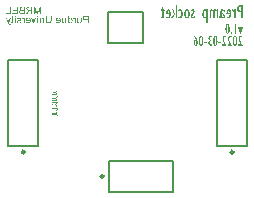
<source format=gbr>
%TF.GenerationSoftware,Altium Limited,Altium Designer,21.8.1 (53)*%
G04 Layer_Color=32896*
%FSLAX26Y26*%
%MOIN*%
%TF.SameCoordinates,2531CBD8-4BF0-4D0B-A877-44D4BE5F07E3*%
%TF.FilePolarity,Positive*%
%TF.FileFunction,Legend,Bot*%
%TF.Part,Single*%
G01*
G75*
%TA.AperFunction,NonConductor*%
%ADD24C,0.009842*%
%ADD25C,0.007874*%
G36*
X299564Y318624D02*
X300155Y318558D01*
X301139Y318099D01*
X302057Y317508D01*
X302844Y316852D01*
X303500Y316196D01*
X303959Y315606D01*
X304222Y315147D01*
X304353Y315081D01*
Y315016D01*
X304419D01*
Y318230D01*
X309536D01*
Y289235D01*
X304419D01*
Y310752D01*
X304025Y311342D01*
X303632Y311932D01*
X303303Y312392D01*
X302910Y312785D01*
X302254Y313376D01*
X301663Y313769D01*
X301139Y314032D01*
X300745Y314163D01*
X300483Y314228D01*
X300417D01*
X299892Y314163D01*
X299499Y314032D01*
X299105Y313835D01*
X298777Y313572D01*
X298252Y312851D01*
X297924Y312064D01*
X297728Y311211D01*
X297662Y310555D01*
X297596Y310227D01*
Y310030D01*
Y309899D01*
Y309833D01*
Y289235D01*
X292479D01*
Y310817D01*
X292086Y311408D01*
X291758Y311932D01*
X291364Y312392D01*
X291036Y312785D01*
X290380Y313376D01*
X289724Y313835D01*
X289200Y314032D01*
X288806Y314163D01*
X288478Y314228D01*
X288412D01*
X287953Y314163D01*
X287494Y314032D01*
X287100Y313835D01*
X286838Y313572D01*
X286313Y312851D01*
X285985Y312064D01*
X285788Y311276D01*
X285723Y310555D01*
X285657Y310292D01*
Y310096D01*
Y309964D01*
Y309899D01*
Y289235D01*
X280540D01*
Y310096D01*
X280606Y311539D01*
X280803Y312851D01*
X281131Y313900D01*
X281459Y314819D01*
X281787Y315540D01*
X282115Y316065D01*
X282312Y316328D01*
X282377Y316459D01*
X283099Y317180D01*
X283820Y317771D01*
X284608Y318164D01*
X285395Y318427D01*
X286051Y318558D01*
X286575Y318689D01*
X287035D01*
X287756Y318624D01*
X288347Y318492D01*
X288937Y318361D01*
X289396Y318164D01*
X289724Y317902D01*
X290052Y317771D01*
X290183Y317640D01*
X290249Y317574D01*
X290708Y317115D01*
X291168Y316590D01*
X292086Y315540D01*
X292414Y315081D01*
X292742Y314688D01*
X292939Y314425D01*
X293004Y314294D01*
X293398Y315081D01*
X293857Y315737D01*
X294382Y316328D01*
X294841Y316852D01*
X295366Y317246D01*
X295825Y317640D01*
X296809Y318164D01*
X297662Y318427D01*
X298318Y318624D01*
X298580Y318689D01*
X298974D01*
X299564Y318624D01*
D02*
G37*
G36*
X324689Y318952D02*
X325411Y318886D01*
X326067Y318689D01*
X326788Y318427D01*
X328035Y317836D01*
X329216Y317115D01*
X330200Y316393D01*
X330659Y316065D01*
X330987Y315803D01*
X331249Y315540D01*
X331446Y315409D01*
X331577Y315278D01*
X331643Y315212D01*
Y309374D01*
X330856Y310227D01*
X330134Y310948D01*
X329412Y311604D01*
X328756Y312195D01*
X328166Y312654D01*
X327510Y313048D01*
X326985Y313376D01*
X326460Y313638D01*
X325608Y313966D01*
X324952Y314163D01*
X324755Y314228D01*
X324427D01*
X323902Y314163D01*
X323377Y314032D01*
X322983Y313900D01*
X322656Y313638D01*
X322065Y312982D01*
X321737Y312326D01*
X321475Y311604D01*
X321409Y310948D01*
X321344Y310686D01*
Y310555D01*
Y310424D01*
Y310358D01*
Y307603D01*
X322459Y306947D01*
X323508Y306291D01*
X324492Y305700D01*
X325345Y305110D01*
X326132Y304585D01*
X326854Y304126D01*
X327510Y303667D01*
X328035Y303208D01*
X328494Y302880D01*
X328953Y302552D01*
X329281Y302224D01*
X329543Y302027D01*
X329872Y301699D01*
X330003Y301568D01*
X330790Y300649D01*
X331380Y299665D01*
X331774Y298681D01*
X332036Y297763D01*
X332233Y296976D01*
X332299Y296320D01*
X332364Y296057D01*
Y295860D01*
Y295795D01*
Y295729D01*
X332299Y294680D01*
X332102Y293696D01*
X331839Y292843D01*
X331512Y292056D01*
X331249Y291465D01*
X330987Y291006D01*
X330790Y290744D01*
X330724Y290612D01*
X330068Y289891D01*
X329347Y289366D01*
X328691Y288972D01*
X328100Y288710D01*
X327510Y288579D01*
X327116Y288513D01*
X326854Y288448D01*
X326723D01*
X326198Y288513D01*
X325673Y288579D01*
X325214Y288776D01*
X324689Y289038D01*
X323771Y289628D01*
X322918Y290350D01*
X322196Y291006D01*
X321671Y291596D01*
X321475Y291859D01*
X321344Y292056D01*
X321212Y292121D01*
Y292187D01*
X321015Y291531D01*
X320753Y291006D01*
X320491Y290547D01*
X320228Y290088D01*
X319572Y289432D01*
X318982Y289038D01*
X318392Y288776D01*
X317867Y288644D01*
X317539Y288579D01*
X317408D01*
X316752Y288644D01*
X316096Y288907D01*
X315440Y289235D01*
X314784Y289694D01*
X314259Y290088D01*
X313800Y290416D01*
X313537Y290678D01*
X313406Y290744D01*
Y294680D01*
X313931Y294220D01*
X314390Y293827D01*
X314718Y293564D01*
X314980Y293433D01*
X315177Y293302D01*
X315308Y293236D01*
X315440D01*
X315702Y293302D01*
X315899Y293499D01*
X316030Y293761D01*
X316096Y294089D01*
X316161Y294352D01*
X316227Y294614D01*
Y294811D01*
Y294876D01*
Y311211D01*
X316292Y312457D01*
X316555Y313572D01*
X316948Y314556D01*
X317342Y315344D01*
X317801Y316000D01*
X318129Y316459D01*
X318392Y316787D01*
X318523Y316852D01*
X319375Y317574D01*
X320294Y318099D01*
X321212Y318492D01*
X322065Y318755D01*
X322852Y318886D01*
X323443Y319017D01*
X323967D01*
X324689Y318952D01*
D02*
G37*
G36*
X345419D02*
X346075Y318820D01*
X346665Y318624D01*
X347255Y318361D01*
X348240Y317705D01*
X349092Y316984D01*
X349748Y316262D01*
X350273Y315606D01*
X350470Y315344D01*
X350536Y315147D01*
X350667Y315016D01*
Y314950D01*
X351060Y314163D01*
X351388Y313310D01*
X351848Y311539D01*
X352241Y309636D01*
X352503Y307865D01*
X352569Y307012D01*
X352635Y306225D01*
X352700Y305504D01*
Y304913D01*
X352766Y304454D01*
Y304060D01*
Y303798D01*
Y303732D01*
Y302355D01*
X352635Y301108D01*
X352569Y299928D01*
X352372Y298812D01*
X352175Y297828D01*
X351979Y296910D01*
X351782Y296057D01*
X351519Y295270D01*
X351323Y294614D01*
X351126Y294024D01*
X350929Y293499D01*
X350732Y293105D01*
X350536Y292777D01*
X350470Y292580D01*
X350339Y292449D01*
Y292384D01*
X349880Y291662D01*
X349355Y291072D01*
X348830Y290547D01*
X348240Y290088D01*
X347649Y289760D01*
X347124Y289432D01*
X346009Y288972D01*
X345025Y288644D01*
X344632Y288579D01*
X344238Y288513D01*
X343910Y288448D01*
X343516D01*
X342336Y288579D01*
X341155Y288841D01*
X340171Y289235D01*
X339252Y289694D01*
X338531Y290153D01*
X337940Y290547D01*
X337612Y290809D01*
X337481Y290940D01*
Y296057D01*
X337875Y295532D01*
X338334Y295139D01*
X339187Y294417D01*
X340039Y293958D01*
X340827Y293564D01*
X341548Y293368D01*
X342073Y293302D01*
X342401Y293236D01*
X342532D01*
X343451Y293368D01*
X344238Y293630D01*
X344894Y294089D01*
X345484Y294680D01*
X346009Y295401D01*
X346403Y296188D01*
X346731Y297041D01*
X346993Y297960D01*
X347387Y299665D01*
X347518Y300452D01*
X347584Y301174D01*
Y301764D01*
X347649Y302224D01*
Y302486D01*
Y302617D01*
X336891D01*
Y304126D01*
X336956Y305504D01*
X337022Y306816D01*
X337219Y308062D01*
X337350Y309177D01*
X337547Y310227D01*
X337809Y311211D01*
X338072Y312129D01*
X338334Y312916D01*
X338662Y313704D01*
X338990Y314360D01*
X339318Y315016D01*
X340039Y316131D01*
X340761Y316984D01*
X341483Y317640D01*
X342204Y318164D01*
X342860Y318492D01*
X343451Y318755D01*
X343976Y318886D01*
X344369Y319017D01*
X344697D01*
X345419Y318952D01*
D02*
G37*
G36*
X182403D02*
X183190Y318820D01*
X183911Y318624D01*
X184633Y318361D01*
X185880Y317640D01*
X186995Y316852D01*
X187847Y316000D01*
X188504Y315344D01*
X188700Y315016D01*
X188897Y314819D01*
X188963Y314688D01*
X189028Y314622D01*
X189553Y313769D01*
X189947Y312916D01*
X190668Y311080D01*
X191193Y309177D01*
X191521Y307406D01*
X191652Y306619D01*
X191784Y305832D01*
X191849Y305176D01*
Y304585D01*
X191915Y304126D01*
Y303798D01*
Y303536D01*
Y303470D01*
X191849Y302289D01*
X191784Y301108D01*
X191456Y299009D01*
X191259Y298025D01*
X190996Y297172D01*
X190734Y296320D01*
X190406Y295598D01*
X190143Y294942D01*
X189881Y294352D01*
X189619Y293827D01*
X189422Y293433D01*
X189225Y293105D01*
X189094Y292843D01*
X188963Y292712D01*
Y292646D01*
X188372Y291924D01*
X187782Y291268D01*
X187191Y290678D01*
X186536Y290219D01*
X185945Y289825D01*
X185289Y289497D01*
X184174Y288972D01*
X183124Y288644D01*
X182665Y288579D01*
X182272Y288513D01*
X182009Y288448D01*
X181550D01*
X180566Y288513D01*
X179648Y288710D01*
X178795Y288972D01*
X178073Y289235D01*
X177417Y289497D01*
X176958Y289760D01*
X176630Y289956D01*
X176499Y290022D01*
Y294942D01*
X177220Y294352D01*
X177942Y293958D01*
X178598Y293630D01*
X179123Y293433D01*
X179582Y293302D01*
X179910Y293236D01*
X180238D01*
X181287Y293368D01*
X182206Y293696D01*
X183059Y294089D01*
X183715Y294614D01*
X184239Y295139D01*
X184633Y295532D01*
X184895Y295860D01*
X184961Y295992D01*
X185552Y297107D01*
X185945Y298353D01*
X186273Y299665D01*
X186470Y300846D01*
X186601Y301961D01*
Y302420D01*
X186667Y302814D01*
Y303142D01*
Y303404D01*
Y303536D01*
Y303601D01*
X186601Y305372D01*
X186404Y306881D01*
X186142Y308193D01*
X185880Y309308D01*
X185617Y310161D01*
X185355Y310817D01*
X185158Y311211D01*
X185092Y311342D01*
X184764Y311867D01*
X184436Y312326D01*
X183715Y312982D01*
X182993Y313507D01*
X182337Y313900D01*
X181681Y314097D01*
X181222Y314163D01*
X180894Y314228D01*
X180763D01*
X180172Y314163D01*
X179516Y313966D01*
X178926Y313769D01*
X178270Y313507D01*
X177745Y313179D01*
X177351Y312982D01*
X177089Y312785D01*
X176958Y312720D01*
Y317902D01*
X177876Y318296D01*
X178729Y318558D01*
X179516Y318755D01*
X180172Y318886D01*
X180763Y318952D01*
X181156Y319017D01*
X181550D01*
X182403Y318952D01*
D02*
G37*
G36*
X143830D02*
X144486Y318820D01*
X145076Y318624D01*
X145667Y318361D01*
X146651Y317705D01*
X147504Y316984D01*
X148160Y316262D01*
X148684Y315606D01*
X148881Y315344D01*
X148947Y315147D01*
X149078Y315016D01*
Y314950D01*
X149471Y314163D01*
X149799Y313310D01*
X150259Y311539D01*
X150652Y309636D01*
X150915Y307865D01*
X150980Y307012D01*
X151046Y306225D01*
X151112Y305504D01*
Y304913D01*
X151177Y304454D01*
Y304060D01*
Y303798D01*
Y303732D01*
Y302355D01*
X151046Y301108D01*
X150980Y299928D01*
X150784Y298812D01*
X150587Y297828D01*
X150390Y296910D01*
X150193Y296057D01*
X149931Y295270D01*
X149734Y294614D01*
X149537Y294024D01*
X149340Y293499D01*
X149143Y293105D01*
X148947Y292777D01*
X148881Y292580D01*
X148750Y292449D01*
Y292384D01*
X148291Y291662D01*
X147766Y291072D01*
X147241Y290547D01*
X146651Y290088D01*
X146060Y289760D01*
X145536Y289432D01*
X144420Y288972D01*
X143436Y288644D01*
X143043Y288579D01*
X142649Y288513D01*
X142321Y288448D01*
X141928D01*
X140747Y288579D01*
X139566Y288841D01*
X138582Y289235D01*
X137663Y289694D01*
X136942Y290153D01*
X136351Y290547D01*
X136024Y290809D01*
X135892Y290940D01*
Y296057D01*
X136286Y295532D01*
X136745Y295139D01*
X137598Y294417D01*
X138451Y293958D01*
X139238Y293564D01*
X139959Y293368D01*
X140484Y293302D01*
X140812Y293236D01*
X140944D01*
X141862Y293368D01*
X142649Y293630D01*
X143305Y294089D01*
X143895Y294680D01*
X144420Y295401D01*
X144814Y296188D01*
X145142Y297041D01*
X145404Y297960D01*
X145798Y299665D01*
X145929Y300452D01*
X145995Y301174D01*
Y301764D01*
X146060Y302224D01*
Y302486D01*
Y302617D01*
X135302D01*
Y304126D01*
X135368Y305504D01*
X135433Y306816D01*
X135630Y308062D01*
X135761Y309177D01*
X135958Y310227D01*
X136220Y311211D01*
X136483Y312129D01*
X136745Y312916D01*
X137073Y313704D01*
X137401Y314360D01*
X137729Y315016D01*
X138451Y316131D01*
X139172Y316984D01*
X139894Y317640D01*
X140615Y318164D01*
X141272Y318492D01*
X141862Y318755D01*
X142387Y318886D01*
X142780Y319017D01*
X143108D01*
X143830Y318952D01*
D02*
G37*
G36*
X124609Y324396D02*
X125396Y323150D01*
X126183Y322035D01*
X126905Y320920D01*
X127627Y319870D01*
X128283Y318952D01*
X128873Y318099D01*
X129464Y317312D01*
X129988Y316590D01*
X130447Y315934D01*
X130841Y315409D01*
X131169Y314950D01*
X131431Y314622D01*
X131628Y314360D01*
X131760Y314228D01*
X131825Y314163D01*
Y313769D01*
X128480D01*
Y294876D01*
X128414Y293761D01*
X128217Y292777D01*
X127955Y291924D01*
X127627Y291137D01*
X127233Y290547D01*
X126774Y290022D01*
X126315Y289563D01*
X125790Y289235D01*
X125331Y288972D01*
X124871Y288776D01*
X124019Y288579D01*
X123625Y288513D01*
X123363Y288448D01*
X123166D01*
X122444Y288513D01*
X121657Y288644D01*
X120870Y288776D01*
X120214Y288972D01*
X119558Y289169D01*
X119099Y289366D01*
X118771Y289432D01*
X118639Y289497D01*
Y294024D01*
X119230Y293761D01*
X119755Y293564D01*
X120279Y293433D01*
X120673Y293368D01*
X121001Y293302D01*
X121198Y293236D01*
X121395D01*
X121788Y293302D01*
X122116Y293368D01*
X122576Y293630D01*
X122903Y293892D01*
X122969Y294024D01*
X123100Y294417D01*
X123166Y294876D01*
X123297Y295926D01*
X123363Y296385D01*
Y296779D01*
Y297041D01*
Y297172D01*
Y313769D01*
X118639D01*
Y318230D01*
X123363D01*
Y325708D01*
X123822D01*
X124609Y324396D01*
D02*
G37*
G36*
X391732Y289235D02*
X386091D01*
Y308390D01*
X384976D01*
X383926Y308456D01*
X382942Y308521D01*
X381171Y308915D01*
X379596Y309440D01*
X378940Y309702D01*
X378350Y310030D01*
X377825Y310358D01*
X377300Y310620D01*
X376907Y310883D01*
X376579Y311145D01*
X376316Y311342D01*
X376120Y311539D01*
X376054Y311604D01*
X375988Y311670D01*
X375398Y312326D01*
X374873Y313048D01*
X374414Y313769D01*
X374020Y314491D01*
X373430Y316000D01*
X373036Y317508D01*
X372839Y318755D01*
X372774Y319345D01*
X372708Y319804D01*
X372643Y320264D01*
Y320526D01*
Y320723D01*
Y320788D01*
X372708Y321838D01*
X372774Y322822D01*
X373233Y324528D01*
X373758Y326102D01*
X374086Y326758D01*
X374414Y327348D01*
X374808Y327873D01*
X375135Y328332D01*
X375398Y328726D01*
X375660Y329054D01*
X375923Y329316D01*
X376120Y329513D01*
X376185Y329579D01*
X376251Y329644D01*
X376972Y330235D01*
X377694Y330760D01*
X378416Y331153D01*
X379268Y331547D01*
X380843Y332137D01*
X382351Y332531D01*
X383073Y332662D01*
X383729Y332728D01*
X384320Y332859D01*
X384844D01*
X385238Y332924D01*
X391732D01*
Y289235D01*
D02*
G37*
G36*
X358014Y318624D02*
X358539Y318427D01*
X358998Y318164D01*
X359457Y317902D01*
X359719Y317640D01*
X359982Y317377D01*
X360113Y317180D01*
X360179Y317115D01*
X360375Y316787D01*
X360572Y316393D01*
X360966Y315409D01*
X361425Y314294D01*
X361819Y313179D01*
X362212Y312064D01*
X362344Y311604D01*
X362475Y311211D01*
X362606Y310817D01*
X362671Y310555D01*
X362737Y310424D01*
Y310358D01*
X362803D01*
Y318230D01*
X367920D01*
Y289235D01*
X362803D01*
Y300715D01*
X362737Y302224D01*
X362540Y303667D01*
X362344Y305044D01*
X362015Y306356D01*
X361753Y307406D01*
X361622Y307865D01*
X361556Y308259D01*
X361425Y308587D01*
X361360Y308784D01*
X361294Y308915D01*
Y308980D01*
X360966Y309768D01*
X360638Y310424D01*
X360375Y311014D01*
X359982Y311473D01*
X359654Y311932D01*
X359326Y312260D01*
X358736Y312785D01*
X358211Y313113D01*
X357752Y313244D01*
X357489Y313310D01*
X356899D01*
X356440Y313179D01*
X355718Y312982D01*
X355455Y312851D01*
X355259Y312720D01*
X355127Y312654D01*
X355062Y312588D01*
X354668Y317771D01*
X355127Y318099D01*
X355587Y318296D01*
X356505Y318558D01*
X356833Y318624D01*
X357096Y318689D01*
X357358D01*
X358014Y318624D01*
D02*
G37*
G36*
X172628Y289235D02*
X167512D01*
Y332924D01*
X172628D01*
Y289235D01*
D02*
G37*
G36*
X166987Y304126D02*
X159115Y289235D01*
X153407D01*
X162132Y304454D01*
X154392Y318230D01*
X159771D01*
X166987Y304126D01*
D02*
G37*
G36*
X225633Y318952D02*
X226486Y318689D01*
X227273Y318427D01*
X227863Y318033D01*
X228388Y317705D01*
X228782Y317377D01*
X229044Y317115D01*
X229110Y317049D01*
X229700Y316328D01*
X230160Y315475D01*
X230422Y314688D01*
X230684Y313900D01*
X230815Y313244D01*
X230881Y312720D01*
Y312326D01*
Y312260D01*
Y312195D01*
X230815Y311539D01*
X230750Y310883D01*
X230619Y310227D01*
X230488Y309636D01*
X230356Y309177D01*
X230291Y308718D01*
X230160Y308456D01*
Y308390D01*
X229766Y307537D01*
X229307Y306553D01*
X228716Y305504D01*
X228060Y304454D01*
X227470Y303536D01*
X227011Y302748D01*
X226814Y302420D01*
X226683Y302224D01*
X226552Y302092D01*
Y302027D01*
X226027Y301240D01*
X225567Y300518D01*
X224911Y299272D01*
X224387Y298156D01*
X223993Y297304D01*
X223796Y296648D01*
X223731Y296188D01*
X223665Y295860D01*
Y295795D01*
Y295401D01*
X223796Y295008D01*
X224059Y294483D01*
X224321Y294089D01*
X224387Y294024D01*
X224452Y293958D01*
X224715Y293696D01*
X225043Y293564D01*
X225633Y293302D01*
X225830D01*
X226027Y293236D01*
X226224D01*
X226617Y293302D01*
X227076Y293368D01*
X227929Y293761D01*
X228782Y294286D01*
X229504Y294876D01*
X230225Y295467D01*
X230750Y295926D01*
X231078Y296320D01*
X231143Y296385D01*
X231209Y296451D01*
Y290809D01*
X230160Y290022D01*
X229110Y289432D01*
X228126Y289038D01*
X227273Y288776D01*
X226552Y288579D01*
X225961Y288513D01*
X225633Y288448D01*
X225502D01*
X224452Y288513D01*
X223468Y288776D01*
X222615Y289104D01*
X221959Y289497D01*
X221369Y289891D01*
X220910Y290219D01*
X220648Y290481D01*
X220582Y290547D01*
X219926Y291400D01*
X219401Y292252D01*
X219073Y293171D01*
X218811Y294024D01*
X218679Y294745D01*
X218548Y295336D01*
Y295729D01*
Y295795D01*
Y295860D01*
X218614Y296582D01*
X218679Y297238D01*
X218811Y297960D01*
X218942Y298550D01*
X219139Y299075D01*
X219270Y299468D01*
X219335Y299796D01*
X219401Y299862D01*
X219795Y300780D01*
X220385Y301764D01*
X220976Y302814D01*
X221631Y303798D01*
X222287Y304716D01*
X222812Y305504D01*
X223009Y305766D01*
X223140Y305963D01*
X223206Y306094D01*
X223272Y306160D01*
X223796Y306947D01*
X224256Y307603D01*
X224977Y308849D01*
X225502Y309899D01*
X225830Y310752D01*
X226092Y311408D01*
X226158Y311867D01*
X226224Y312129D01*
Y312195D01*
X226158Y312916D01*
X225895Y313441D01*
X225567Y313835D01*
X225174Y314097D01*
X224846Y314228D01*
X224518Y314360D01*
X224190D01*
X223468Y314294D01*
X222681Y314032D01*
X221959Y313704D01*
X221238Y313376D01*
X220648Y312982D01*
X220188Y312654D01*
X219860Y312392D01*
X219729Y312326D01*
Y317115D01*
X220648Y317771D01*
X221500Y318230D01*
X222353Y318558D01*
X223075Y318755D01*
X223731Y318952D01*
X224190Y319017D01*
X224649D01*
X225633Y318952D01*
D02*
G37*
G36*
X206281D02*
X207003Y318820D01*
X207659Y318624D01*
X208315Y318361D01*
X209430Y317705D01*
X210348Y316984D01*
X211136Y316196D01*
X211660Y315540D01*
X211857Y315278D01*
X211988Y315081D01*
X212119Y314950D01*
Y314884D01*
X212513Y314097D01*
X212907Y313244D01*
X213497Y311408D01*
X213956Y309571D01*
X214219Y307734D01*
X214350Y306947D01*
X214416Y306160D01*
X214481Y305438D01*
Y304848D01*
X214547Y304323D01*
Y303995D01*
Y303732D01*
Y303667D01*
Y302355D01*
X214416Y301174D01*
X214350Y299993D01*
X214153Y298944D01*
X213956Y297960D01*
X213760Y297041D01*
X213563Y296188D01*
X213300Y295467D01*
X213103Y294745D01*
X212907Y294155D01*
X212710Y293696D01*
X212513Y293236D01*
X212316Y292908D01*
X212251Y292712D01*
X212119Y292580D01*
Y292515D01*
X211660Y291793D01*
X211136Y291203D01*
X210611Y290612D01*
X210086Y290153D01*
X209495Y289760D01*
X208971Y289432D01*
X207921Y288972D01*
X206937Y288644D01*
X206215Y288513D01*
X205887Y288448D01*
X205494D01*
X204707Y288513D01*
X203985Y288644D01*
X203329Y288841D01*
X202673Y289104D01*
X201558Y289760D01*
X200574Y290481D01*
X199852Y291203D01*
X199327Y291859D01*
X199131Y292121D01*
X199000Y292318D01*
X198868Y292449D01*
Y292515D01*
X198409Y293302D01*
X198016Y294155D01*
X197425Y295992D01*
X196966Y297828D01*
X196703Y299600D01*
X196572Y300452D01*
X196507Y301240D01*
X196441Y301896D01*
Y302486D01*
X196375Y303011D01*
Y303339D01*
Y303601D01*
Y303667D01*
Y304979D01*
X196507Y306225D01*
X196572Y307340D01*
X196769Y308456D01*
X196966Y309440D01*
X197163Y310358D01*
X197359Y311211D01*
X197622Y311932D01*
X197884Y312654D01*
X198081Y313244D01*
X198278Y313704D01*
X198475Y314163D01*
X198606Y314491D01*
X198737Y314688D01*
X198868Y314819D01*
Y314884D01*
X199327Y315606D01*
X199852Y316262D01*
X200377Y316787D01*
X200902Y317246D01*
X201492Y317705D01*
X202017Y318033D01*
X203067Y318492D01*
X204051Y318820D01*
X204772Y318952D01*
X205100Y319017D01*
X205494D01*
X206281Y318952D01*
D02*
G37*
G36*
X266174Y318558D02*
X267027Y318296D01*
X267748Y317902D01*
X268404Y317443D01*
X268929Y316918D01*
X269257Y316524D01*
X269519Y316262D01*
X269585Y316131D01*
X269651D01*
Y318230D01*
X274767D01*
Y273622D01*
X269651D01*
Y290940D01*
X269585D01*
X268863Y290088D01*
X268076Y289497D01*
X267355Y289038D01*
X266699Y288776D01*
X266108Y288579D01*
X265584Y288513D01*
X265321Y288448D01*
X265190D01*
X264534Y288513D01*
X263878Y288644D01*
X263288Y288841D01*
X262763Y289104D01*
X261713Y289760D01*
X260860Y290547D01*
X260139Y291268D01*
X259614Y291924D01*
X259483Y292187D01*
X259351Y292384D01*
X259220Y292515D01*
Y292580D01*
X258433Y294220D01*
X257843Y295992D01*
X257449Y297763D01*
X257121Y299468D01*
X257055Y300256D01*
X256990Y300977D01*
X256924Y301633D01*
Y302158D01*
X256859Y302617D01*
Y303011D01*
Y303208D01*
Y303273D01*
X256990Y305635D01*
X257252Y307800D01*
X257449Y308784D01*
X257646Y309702D01*
X257843Y310489D01*
X258039Y311276D01*
X258302Y311932D01*
X258499Y312588D01*
X258695Y313048D01*
X258892Y313507D01*
X259089Y313835D01*
X259155Y314097D01*
X259286Y314228D01*
Y314294D01*
X259745Y315081D01*
X260204Y315737D01*
X260729Y316328D01*
X261254Y316852D01*
X261713Y317246D01*
X262238Y317640D01*
X263156Y318164D01*
X263943Y318427D01*
X264599Y318624D01*
X264862Y318689D01*
X265190D01*
X266174Y318558D01*
D02*
G37*
G36*
X384254Y237204D02*
X383171D01*
X376628Y259443D01*
X380514D01*
X383663Y247044D01*
X383762D01*
X386910Y259443D01*
X390748D01*
X384254Y237204D01*
D02*
G37*
G36*
X369444Y237696D02*
X365213D01*
Y270463D01*
X369444D01*
Y237696D01*
D02*
G37*
G36*
X354438Y242616D02*
X354783Y242518D01*
X355127Y242419D01*
X355373Y242272D01*
X355619Y242075D01*
X355767Y241977D01*
X355865Y241878D01*
X355914Y241829D01*
X356160Y241534D01*
X356357Y241189D01*
X356505Y240894D01*
X356603Y240599D01*
X356652Y240353D01*
X356702Y240156D01*
Y240009D01*
Y239959D01*
X356652Y239566D01*
X356554Y239172D01*
X356456Y238877D01*
X356308Y238582D01*
X356160Y238336D01*
X356013Y238188D01*
X355964Y238090D01*
X355914Y238041D01*
X355619Y237795D01*
X355275Y237598D01*
X354980Y237450D01*
X354684Y237352D01*
X354438Y237303D01*
X354242Y237253D01*
X354045D01*
X353651Y237303D01*
X353258Y237401D01*
X352962Y237499D01*
X352667Y237647D01*
X352421Y237795D01*
X352274Y237942D01*
X352175Y237991D01*
X352126Y238041D01*
X351880Y238336D01*
X351683Y238680D01*
X351536Y238975D01*
X351437Y239320D01*
X351388Y239566D01*
X351339Y239763D01*
Y239910D01*
Y239959D01*
X351388Y240353D01*
X351437Y240697D01*
X351585Y241042D01*
X351732Y241288D01*
X351880Y241534D01*
X351978Y241681D01*
X352077Y241780D01*
X352126Y241829D01*
X352421Y242124D01*
X352766Y242321D01*
X353061Y242469D01*
X353356Y242567D01*
X353651Y242616D01*
X353848Y242665D01*
X354045D01*
X354438Y242616D01*
D02*
G37*
G36*
X341499Y270759D02*
X342089Y270611D01*
X342680Y270414D01*
X343172Y270070D01*
X343664Y269725D01*
X344106Y269233D01*
X344549Y268741D01*
X344943Y268151D01*
X345287Y267561D01*
X345632Y266872D01*
X346173Y265494D01*
X346665Y263969D01*
X347009Y262395D01*
X347304Y260820D01*
X347501Y259295D01*
X347698Y257868D01*
X347747Y257179D01*
X347796Y256589D01*
Y255999D01*
X347846Y255507D01*
Y255064D01*
X347895Y254670D01*
Y254375D01*
Y254129D01*
Y253981D01*
Y253932D01*
Y252358D01*
X347846Y250931D01*
X347747Y249603D01*
X347649Y248323D01*
X347501Y247192D01*
X347354Y246159D01*
X347206Y245224D01*
X347058Y244387D01*
X346911Y243649D01*
X346763Y243010D01*
X346616Y242469D01*
X346468Y242026D01*
X346370Y241681D01*
X346271Y241435D01*
X346222Y241288D01*
Y241239D01*
X345878Y240501D01*
X345484Y239861D01*
X345090Y239320D01*
X344648Y238828D01*
X344205Y238434D01*
X343762Y238139D01*
X343319Y237844D01*
X342876Y237647D01*
X342089Y237303D01*
X341745Y237253D01*
X341450Y237155D01*
X341204D01*
X341007Y237106D01*
X340859D01*
X340170Y237155D01*
X339531Y237303D01*
X338940Y237499D01*
X338399Y237745D01*
X337464Y238434D01*
X336726Y239221D01*
X336136Y239959D01*
X335693Y240648D01*
X335595Y240894D01*
X335496Y241091D01*
X335398Y241239D01*
Y241288D01*
X335103Y242124D01*
X334808Y243010D01*
X334611Y243994D01*
X334414Y245027D01*
X334119Y247143D01*
X333873Y249160D01*
X333824Y250144D01*
X333774Y251029D01*
X333725Y251866D01*
Y252555D01*
X333676Y253145D01*
Y253539D01*
Y253834D01*
Y253932D01*
Y255507D01*
X333774Y256983D01*
X333824Y258360D01*
X333971Y259639D01*
X334070Y260771D01*
X334217Y261853D01*
X334414Y262788D01*
X334562Y263625D01*
X334709Y264363D01*
X334906Y265002D01*
X335054Y265543D01*
X335152Y265937D01*
X335300Y266281D01*
X335349Y266527D01*
X335447Y266675D01*
Y266724D01*
X335792Y267462D01*
X336185Y268053D01*
X336579Y268643D01*
X337022Y269086D01*
X337464Y269479D01*
X337956Y269824D01*
X338399Y270070D01*
X338793Y270316D01*
X339629Y270611D01*
X339974Y270660D01*
X340269Y270759D01*
X340515D01*
X340712Y270808D01*
X340859D01*
X341499Y270759D01*
D02*
G37*
G36*
X285066Y230503D02*
X285755Y230405D01*
X286395Y230306D01*
X286936Y230159D01*
X287428Y229962D01*
X287772Y229864D01*
X287969Y229765D01*
X288068Y229716D01*
Y225632D01*
X287526Y225928D01*
X286985Y226124D01*
X286493Y226272D01*
X286050Y226370D01*
X285706Y226420D01*
X285460Y226469D01*
X285214D01*
X284574Y226420D01*
X284033Y226272D01*
X283541Y226026D01*
X283098Y225829D01*
X282803Y225583D01*
X282557Y225337D01*
X282410Y225190D01*
X282360Y225140D01*
X282016Y224648D01*
X281721Y224058D01*
X281524Y223468D01*
X281426Y222926D01*
X281327Y222434D01*
X281278Y222041D01*
Y221795D01*
Y221746D01*
Y221696D01*
X281327Y220958D01*
X281426Y220270D01*
X281622Y219728D01*
X281868Y219187D01*
X282164Y218744D01*
X282508Y218351D01*
X282852Y218006D01*
X283197Y217760D01*
X283886Y217318D01*
X284525Y217072D01*
X284771Y217022D01*
X284968Y216973D01*
X285066Y216924D01*
X285116D01*
Y212742D01*
X284378Y212545D01*
X283738Y212299D01*
X283148Y211955D01*
X282656Y211512D01*
X282262Y211069D01*
X281918Y210577D01*
X281622Y210036D01*
X281426Y209544D01*
X281229Y209003D01*
X281130Y208511D01*
X281032Y208068D01*
X280934Y207674D01*
Y207330D01*
X280884Y207084D01*
Y206887D01*
Y206838D01*
X280934Y205854D01*
X281081Y205018D01*
X281278Y204280D01*
X281475Y203640D01*
X281721Y203148D01*
X281918Y202804D01*
X282065Y202607D01*
X282114Y202508D01*
X282606Y201967D01*
X283098Y201623D01*
X283590Y201328D01*
X284082Y201131D01*
X284525Y201032D01*
X284870Y200983D01*
X285116Y200934D01*
X285214D01*
X285804Y200983D01*
X286444Y201082D01*
X287034Y201278D01*
X287576Y201475D01*
X288068Y201672D01*
X288461Y201869D01*
X288707Y201967D01*
X288806Y202016D01*
Y197834D01*
X287920Y197490D01*
X287133Y197244D01*
X286395Y197096D01*
X285804Y196998D01*
X285312Y196900D01*
X284919Y196850D01*
X284624D01*
X283984Y196900D01*
X283394Y196949D01*
X282852Y197096D01*
X282311Y197293D01*
X281327Y197736D01*
X280491Y198277D01*
X279851Y198769D01*
X279359Y199212D01*
X279162Y199409D01*
X279015Y199556D01*
X278966Y199606D01*
X278916Y199655D01*
X278523Y200196D01*
X278129Y200737D01*
X277539Y201918D01*
X277145Y203050D01*
X276850Y204132D01*
X276653Y205067D01*
X276604Y205460D01*
Y205805D01*
X276555Y206100D01*
Y206297D01*
Y206444D01*
Y206494D01*
X276604Y207674D01*
X276801Y208708D01*
X277047Y209692D01*
X277391Y210528D01*
X277785Y211315D01*
X278228Y212004D01*
X278720Y212594D01*
X279212Y213136D01*
X279753Y213578D01*
X280196Y213972D01*
X280688Y214267D01*
X281081Y214513D01*
X281426Y214710D01*
X281672Y214808D01*
X281868Y214907D01*
X281918D01*
X281032Y215399D01*
X280294Y215940D01*
X279605Y216530D01*
X279064Y217121D01*
X278572Y217760D01*
X278178Y218400D01*
X277834Y218990D01*
X277588Y219581D01*
X277342Y220171D01*
X277194Y220663D01*
X277096Y221155D01*
X277047Y221549D01*
X276998Y221893D01*
X276948Y222188D01*
Y222336D01*
Y222385D01*
Y223025D01*
X277047Y223615D01*
X277293Y224747D01*
X277637Y225780D01*
X277982Y226616D01*
X278375Y227256D01*
X278720Y227797D01*
X278867Y227945D01*
X278966Y228092D01*
X279015Y228142D01*
X279064Y228191D01*
X279458Y228584D01*
X279900Y228978D01*
X280786Y229568D01*
X281672Y229962D01*
X282508Y230257D01*
X283197Y230454D01*
X283541Y230503D01*
X283787D01*
X284033Y230552D01*
X284328D01*
X285066Y230503D01*
D02*
G37*
G36*
X386172D02*
X387009Y230356D01*
X387796Y230159D01*
X388534Y229962D01*
X389124Y229765D01*
X389616Y229568D01*
X389813Y229470D01*
X389961Y229421D01*
X390010Y229372D01*
X390059D01*
Y224993D01*
X389223Y225337D01*
X388534Y225632D01*
X387894Y225829D01*
X387353Y225928D01*
X386960Y226026D01*
X386664Y226075D01*
X386418D01*
X385730Y226026D01*
X385139Y225829D01*
X384598Y225583D01*
X384155Y225337D01*
X383811Y225042D01*
X383516Y224796D01*
X383368Y224599D01*
X383319Y224550D01*
X382925Y223960D01*
X382630Y223320D01*
X382433Y222631D01*
X382286Y221992D01*
X382187Y221450D01*
X382138Y220958D01*
Y220663D01*
Y220614D01*
Y220565D01*
Y219778D01*
X382236Y218941D01*
X382482Y217219D01*
X382925Y215448D01*
X383466Y213578D01*
X384155Y211709D01*
X384844Y209839D01*
X385631Y208019D01*
X386418Y206248D01*
X387255Y204575D01*
X388042Y203050D01*
X388731Y201623D01*
X389075Y201032D01*
X389420Y200442D01*
X389715Y199901D01*
X389961Y199458D01*
X390158Y199064D01*
X390354Y198720D01*
X390551Y198425D01*
X390650Y198228D01*
X390699Y198130D01*
X390748Y198080D01*
Y197441D01*
X377120D01*
Y201623D01*
X384795D01*
X384106Y202951D01*
X383466Y204230D01*
X382876Y205460D01*
X382335Y206592D01*
X381892Y207625D01*
X381449Y208560D01*
X381056Y209446D01*
X380711Y210233D01*
X380367Y210971D01*
X380121Y211561D01*
X379924Y212102D01*
X379727Y212545D01*
X379580Y212890D01*
X379481Y213136D01*
X379432Y213283D01*
Y213332D01*
X378891Y214907D01*
X378497Y216432D01*
X378202Y217760D01*
X378104Y218400D01*
X378005Y218990D01*
X377956Y219482D01*
X377907Y219974D01*
X377858Y220368D01*
X377808Y220712D01*
Y221008D01*
Y221204D01*
Y221303D01*
Y221352D01*
X377907Y222877D01*
X378104Y224206D01*
X378448Y225386D01*
X378645Y225878D01*
X378792Y226321D01*
X378989Y226715D01*
X379186Y227108D01*
X379334Y227404D01*
X379530Y227650D01*
X379629Y227846D01*
X379727Y227994D01*
X379826Y228043D01*
Y228092D01*
X380219Y228535D01*
X380662Y228929D01*
X381105Y229224D01*
X381548Y229519D01*
X382433Y229962D01*
X383319Y230257D01*
X384106Y230405D01*
X384450Y230503D01*
X384746D01*
X384992Y230552D01*
X385336D01*
X386172Y230503D01*
D02*
G37*
G36*
X350355D02*
X351191Y230356D01*
X351978Y230159D01*
X352716Y229962D01*
X353307Y229765D01*
X353799Y229568D01*
X353996Y229470D01*
X354143Y229421D01*
X354192Y229372D01*
X354242D01*
Y224993D01*
X353405Y225337D01*
X352716Y225632D01*
X352077Y225829D01*
X351536Y225928D01*
X351142Y226026D01*
X350847Y226075D01*
X350601D01*
X349912Y226026D01*
X349322Y225829D01*
X348780Y225583D01*
X348338Y225337D01*
X347993Y225042D01*
X347698Y224796D01*
X347550Y224599D01*
X347501Y224550D01*
X347108Y223960D01*
X346812Y223320D01*
X346616Y222631D01*
X346468Y221992D01*
X346370Y221450D01*
X346320Y220958D01*
Y220663D01*
Y220614D01*
Y220565D01*
Y219778D01*
X346419Y218941D01*
X346665Y217219D01*
X347108Y215448D01*
X347649Y213578D01*
X348338Y211709D01*
X349026Y209839D01*
X349814Y208019D01*
X350601Y206248D01*
X351437Y204575D01*
X352224Y203050D01*
X352913Y201623D01*
X353258Y201032D01*
X353602Y200442D01*
X353897Y199901D01*
X354143Y199458D01*
X354340Y199064D01*
X354537Y198720D01*
X354734Y198425D01*
X354832Y198228D01*
X354881Y198130D01*
X354930Y198080D01*
Y197441D01*
X341302D01*
Y201623D01*
X348977D01*
X348288Y202951D01*
X347649Y204230D01*
X347058Y205460D01*
X346517Y206592D01*
X346074Y207625D01*
X345632Y208560D01*
X345238Y209446D01*
X344894Y210233D01*
X344549Y210971D01*
X344303Y211561D01*
X344106Y212102D01*
X343910Y212545D01*
X343762Y212890D01*
X343664Y213136D01*
X343614Y213283D01*
Y213332D01*
X343073Y214907D01*
X342680Y216432D01*
X342384Y217760D01*
X342286Y218400D01*
X342188Y218990D01*
X342138Y219482D01*
X342089Y219974D01*
X342040Y220368D01*
X341991Y220712D01*
Y221008D01*
Y221204D01*
Y221303D01*
Y221352D01*
X342089Y222877D01*
X342286Y224206D01*
X342630Y225386D01*
X342827Y225878D01*
X342975Y226321D01*
X343172Y226715D01*
X343368Y227108D01*
X343516Y227404D01*
X343713Y227650D01*
X343811Y227846D01*
X343910Y227994D01*
X344008Y228043D01*
Y228092D01*
X344402Y228535D01*
X344844Y228929D01*
X345287Y229224D01*
X345730Y229519D01*
X346616Y229962D01*
X347501Y230257D01*
X348288Y230405D01*
X348633Y230503D01*
X348928D01*
X349174Y230552D01*
X349518D01*
X350355Y230503D01*
D02*
G37*
G36*
X332446D02*
X333282Y230356D01*
X334070Y230159D01*
X334808Y229962D01*
X335398Y229765D01*
X335890Y229568D01*
X336087Y229470D01*
X336234Y229421D01*
X336284Y229372D01*
X336333D01*
Y224993D01*
X335496Y225337D01*
X334808Y225632D01*
X334168Y225829D01*
X333627Y225928D01*
X333233Y226026D01*
X332938Y226075D01*
X332692D01*
X332003Y226026D01*
X331413Y225829D01*
X330872Y225583D01*
X330429Y225337D01*
X330084Y225042D01*
X329789Y224796D01*
X329642Y224599D01*
X329592Y224550D01*
X329199Y223960D01*
X328904Y223320D01*
X328707Y222631D01*
X328559Y221992D01*
X328461Y221450D01*
X328412Y220958D01*
Y220663D01*
Y220614D01*
Y220565D01*
Y219778D01*
X328510Y218941D01*
X328756Y217219D01*
X329199Y215448D01*
X329740Y213578D01*
X330429Y211709D01*
X331118Y209839D01*
X331905Y208019D01*
X332692Y206248D01*
X333528Y204575D01*
X334316Y203050D01*
X335004Y201623D01*
X335349Y201032D01*
X335693Y200442D01*
X335988Y199901D01*
X336234Y199458D01*
X336431Y199064D01*
X336628Y198720D01*
X336825Y198425D01*
X336923Y198228D01*
X336972Y198130D01*
X337022Y198080D01*
Y197441D01*
X323393D01*
Y201623D01*
X331068D01*
X330380Y202951D01*
X329740Y204230D01*
X329150Y205460D01*
X328608Y206592D01*
X328166Y207625D01*
X327723Y208560D01*
X327329Y209446D01*
X326985Y210233D01*
X326640Y210971D01*
X326394Y211561D01*
X326198Y212102D01*
X326001Y212545D01*
X325853Y212890D01*
X325755Y213136D01*
X325706Y213283D01*
Y213332D01*
X325164Y214907D01*
X324771Y216432D01*
X324476Y217760D01*
X324377Y218400D01*
X324279Y218990D01*
X324230Y219482D01*
X324180Y219974D01*
X324131Y220368D01*
X324082Y220712D01*
Y221008D01*
Y221204D01*
Y221303D01*
Y221352D01*
X324180Y222877D01*
X324377Y224206D01*
X324722Y225386D01*
X324918Y225878D01*
X325066Y226321D01*
X325263Y226715D01*
X325460Y227108D01*
X325607Y227404D01*
X325804Y227650D01*
X325902Y227846D01*
X326001Y227994D01*
X326099Y228043D01*
Y228092D01*
X326493Y228535D01*
X326936Y228929D01*
X327378Y229224D01*
X327821Y229519D01*
X328707Y229962D01*
X329592Y230257D01*
X330380Y230405D01*
X330724Y230503D01*
X331019D01*
X331265Y230552D01*
X331610D01*
X332446Y230503D01*
D02*
G37*
G36*
X238080Y220319D02*
X238622Y219187D01*
X239064Y218006D01*
X239458Y216875D01*
X239802Y215743D01*
X240048Y214661D01*
X240294Y213578D01*
X240491Y212594D01*
X240639Y211660D01*
X240786Y210774D01*
X240885Y209987D01*
X240934Y209298D01*
X240983Y208708D01*
X241032Y208216D01*
Y207871D01*
Y207674D01*
Y207576D01*
Y206641D01*
X240934Y205756D01*
X240836Y204919D01*
X240737Y204132D01*
X240590Y203394D01*
X240442Y202754D01*
X240245Y202164D01*
X240048Y201623D01*
X239901Y201180D01*
X239704Y200737D01*
X239556Y200393D01*
X239409Y200098D01*
X239310Y199901D01*
X239212Y199753D01*
X239114Y199655D01*
Y199606D01*
X238720Y199114D01*
X238376Y198720D01*
X237982Y198326D01*
X237539Y198031D01*
X236752Y197539D01*
X236014Y197195D01*
X235325Y196998D01*
X234833Y196900D01*
X234636Y196850D01*
X234341D01*
X233800Y196900D01*
X233308Y196998D01*
X232816Y197146D01*
X232324Y197342D01*
X231488Y197834D01*
X230799Y198376D01*
X230208Y198917D01*
X229766Y199409D01*
X229618Y199606D01*
X229520Y199753D01*
X229421Y199852D01*
Y199901D01*
X228732Y201082D01*
X228240Y202361D01*
X227896Y203640D01*
X227650Y204870D01*
X227552Y205411D01*
X227502Y205903D01*
X227453Y206395D01*
Y206789D01*
X227404Y207084D01*
Y207330D01*
Y207478D01*
Y207527D01*
X227453Y209150D01*
X227650Y210577D01*
X227798Y211217D01*
X227945Y211807D01*
X228093Y212348D01*
X228240Y212890D01*
X228437Y213332D01*
X228585Y213677D01*
X228732Y214021D01*
X228831Y214316D01*
X228978Y214513D01*
X229028Y214661D01*
X229126Y214759D01*
Y214808D01*
X229470Y215300D01*
X229815Y215743D01*
X230159Y216088D01*
X230504Y216383D01*
X231242Y216875D01*
X231980Y217219D01*
X232570Y217416D01*
X233111Y217514D01*
X233308Y217564D01*
X233554D01*
X234144Y217514D01*
X234735Y217416D01*
X234981Y217367D01*
X235128Y217318D01*
X235276Y217268D01*
X235325D01*
X229028Y230208D01*
X233259D01*
X238080Y220319D01*
D02*
G37*
G36*
X319359Y206395D02*
X310454D01*
Y210479D01*
X319359D01*
Y206395D01*
D02*
G37*
G36*
X271733D02*
X262828D01*
Y210479D01*
X271733D01*
Y206395D01*
D02*
G37*
G36*
X366296Y230503D02*
X366886Y230356D01*
X367476Y230159D01*
X367968Y229814D01*
X368460Y229470D01*
X368903Y228978D01*
X369346Y228486D01*
X369740Y227896D01*
X370084Y227305D01*
X370428Y226616D01*
X370970Y225239D01*
X371462Y223714D01*
X371806Y222139D01*
X372101Y220565D01*
X372298Y219040D01*
X372495Y217613D01*
X372544Y216924D01*
X372593Y216334D01*
Y215743D01*
X372642Y215251D01*
Y214808D01*
X372692Y214415D01*
Y214120D01*
Y213874D01*
Y213726D01*
Y213677D01*
Y212102D01*
X372642Y210676D01*
X372544Y209347D01*
X372446Y208068D01*
X372298Y206936D01*
X372150Y205903D01*
X372003Y204968D01*
X371855Y204132D01*
X371708Y203394D01*
X371560Y202754D01*
X371412Y202213D01*
X371265Y201770D01*
X371166Y201426D01*
X371068Y201180D01*
X371019Y201032D01*
Y200983D01*
X370674Y200245D01*
X370281Y199606D01*
X369887Y199064D01*
X369444Y198572D01*
X369002Y198179D01*
X368559Y197884D01*
X368116Y197588D01*
X367673Y197392D01*
X366886Y197047D01*
X366542Y196998D01*
X366246Y196900D01*
X366000D01*
X365804Y196850D01*
X365656D01*
X364967Y196900D01*
X364328Y197047D01*
X363737Y197244D01*
X363196Y197490D01*
X362261Y198179D01*
X361523Y198966D01*
X360933Y199704D01*
X360490Y200393D01*
X360392Y200639D01*
X360293Y200836D01*
X360195Y200983D01*
Y201032D01*
X359900Y201869D01*
X359604Y202754D01*
X359408Y203738D01*
X359211Y204772D01*
X358916Y206887D01*
X358670Y208904D01*
X358620Y209888D01*
X358571Y210774D01*
X358522Y211610D01*
Y212299D01*
X358473Y212890D01*
Y213283D01*
Y213578D01*
Y213677D01*
Y215251D01*
X358571Y216727D01*
X358620Y218105D01*
X358768Y219384D01*
X358866Y220516D01*
X359014Y221598D01*
X359211Y222533D01*
X359358Y223369D01*
X359506Y224107D01*
X359703Y224747D01*
X359850Y225288D01*
X359949Y225682D01*
X360096Y226026D01*
X360146Y226272D01*
X360244Y226420D01*
Y226469D01*
X360588Y227207D01*
X360982Y227797D01*
X361376Y228388D01*
X361818Y228830D01*
X362261Y229224D01*
X362753Y229568D01*
X363196Y229814D01*
X363590Y230060D01*
X364426Y230356D01*
X364770Y230405D01*
X365066Y230503D01*
X365312D01*
X365508Y230552D01*
X365656D01*
X366296Y230503D01*
D02*
G37*
G36*
X300761D02*
X301352Y230356D01*
X301942Y230159D01*
X302434Y229814D01*
X302926Y229470D01*
X303369Y228978D01*
X303812Y228486D01*
X304205Y227896D01*
X304550Y227305D01*
X304894Y226616D01*
X305435Y225239D01*
X305927Y223714D01*
X306272Y222139D01*
X306567Y220565D01*
X306764Y219040D01*
X306960Y217613D01*
X307010Y216924D01*
X307059Y216334D01*
Y215743D01*
X307108Y215251D01*
Y214808D01*
X307157Y214415D01*
Y214120D01*
Y213874D01*
Y213726D01*
Y213677D01*
Y212102D01*
X307108Y210676D01*
X307010Y209347D01*
X306911Y208068D01*
X306764Y206936D01*
X306616Y205903D01*
X306468Y204968D01*
X306321Y204132D01*
X306173Y203394D01*
X306026Y202754D01*
X305878Y202213D01*
X305730Y201770D01*
X305632Y201426D01*
X305534Y201180D01*
X305484Y201032D01*
Y200983D01*
X305140Y200245D01*
X304746Y199606D01*
X304353Y199064D01*
X303910Y198572D01*
X303467Y198179D01*
X303024Y197884D01*
X302582Y197588D01*
X302139Y197392D01*
X301352Y197047D01*
X301007Y196998D01*
X300712Y196900D01*
X300466D01*
X300269Y196850D01*
X300122D01*
X299433Y196900D01*
X298793Y197047D01*
X298203Y197244D01*
X297662Y197490D01*
X296727Y198179D01*
X295989Y198966D01*
X295398Y199704D01*
X294956Y200393D01*
X294857Y200639D01*
X294759Y200836D01*
X294660Y200983D01*
Y201032D01*
X294365Y201869D01*
X294070Y202754D01*
X293873Y203738D01*
X293676Y204772D01*
X293381Y206887D01*
X293135Y208904D01*
X293086Y209888D01*
X293037Y210774D01*
X292988Y211610D01*
Y212299D01*
X292938Y212890D01*
Y213283D01*
Y213578D01*
Y213677D01*
Y215251D01*
X293037Y216727D01*
X293086Y218105D01*
X293234Y219384D01*
X293332Y220516D01*
X293480Y221598D01*
X293676Y222533D01*
X293824Y223369D01*
X293972Y224107D01*
X294168Y224747D01*
X294316Y225288D01*
X294414Y225682D01*
X294562Y226026D01*
X294611Y226272D01*
X294710Y226420D01*
Y226469D01*
X295054Y227207D01*
X295448Y227797D01*
X295841Y228388D01*
X296284Y228830D01*
X296727Y229224D01*
X297219Y229568D01*
X297662Y229814D01*
X298055Y230060D01*
X298892Y230356D01*
X299236Y230405D01*
X299531Y230503D01*
X299777D01*
X299974Y230552D01*
X300122D01*
X300761Y230503D01*
D02*
G37*
G36*
X253136D02*
X253726Y230356D01*
X254316Y230159D01*
X254808Y229814D01*
X255300Y229470D01*
X255743Y228978D01*
X256186Y228486D01*
X256580Y227896D01*
X256924Y227305D01*
X257268Y226616D01*
X257810Y225239D01*
X258302Y223714D01*
X258646Y222139D01*
X258941Y220565D01*
X259138Y219040D01*
X259335Y217613D01*
X259384Y216924D01*
X259433Y216334D01*
Y215743D01*
X259482Y215251D01*
Y214808D01*
X259532Y214415D01*
Y214120D01*
Y213874D01*
Y213726D01*
Y213677D01*
Y212102D01*
X259482Y210676D01*
X259384Y209347D01*
X259286Y208068D01*
X259138Y206936D01*
X258990Y205903D01*
X258843Y204968D01*
X258695Y204132D01*
X258548Y203394D01*
X258400Y202754D01*
X258252Y202213D01*
X258105Y201770D01*
X258006Y201426D01*
X257908Y201180D01*
X257859Y201032D01*
Y200983D01*
X257514Y200245D01*
X257121Y199606D01*
X256727Y199064D01*
X256284Y198572D01*
X255842Y198179D01*
X255399Y197884D01*
X254956Y197588D01*
X254513Y197392D01*
X253726Y197047D01*
X253382Y196998D01*
X253086Y196900D01*
X252840D01*
X252644Y196850D01*
X252496D01*
X251807Y196900D01*
X251168Y197047D01*
X250577Y197244D01*
X250036Y197490D01*
X249101Y198179D01*
X248363Y198966D01*
X247773Y199704D01*
X247330Y200393D01*
X247232Y200639D01*
X247133Y200836D01*
X247035Y200983D01*
Y201032D01*
X246740Y201869D01*
X246444Y202754D01*
X246248Y203738D01*
X246051Y204772D01*
X245756Y206887D01*
X245510Y208904D01*
X245460Y209888D01*
X245411Y210774D01*
X245362Y211610D01*
Y212299D01*
X245313Y212890D01*
Y213283D01*
Y213578D01*
Y213677D01*
Y215251D01*
X245411Y216727D01*
X245460Y218105D01*
X245608Y219384D01*
X245706Y220516D01*
X245854Y221598D01*
X246051Y222533D01*
X246198Y223369D01*
X246346Y224107D01*
X246543Y224747D01*
X246690Y225288D01*
X246789Y225682D01*
X246936Y226026D01*
X246986Y226272D01*
X247084Y226420D01*
Y226469D01*
X247428Y227207D01*
X247822Y227797D01*
X248216Y228388D01*
X248658Y228830D01*
X249101Y229224D01*
X249593Y229568D01*
X250036Y229814D01*
X250430Y230060D01*
X251266Y230356D01*
X251610Y230405D01*
X251906Y230503D01*
X252152D01*
X252348Y230552D01*
X252496D01*
X253136Y230503D01*
D02*
G37*
G36*
X-280148Y302412D02*
X-283363D01*
Y323896D01*
X-290644Y302412D01*
X-293629D01*
X-301009Y323535D01*
Y302412D01*
X-304223D01*
Y327635D01*
X-299730D01*
X-293662Y310087D01*
X-293334Y309136D01*
X-293071Y308316D01*
X-292842Y307627D01*
X-292645Y307036D01*
X-292514Y306610D01*
X-292415Y306282D01*
X-292350Y306085D01*
X-292317Y306020D01*
X-292153Y306544D01*
X-291956Y307135D01*
X-291759Y307758D01*
X-291563Y308348D01*
X-291399Y308906D01*
X-291300Y309136D01*
X-291235Y309365D01*
X-291169Y309529D01*
X-291136Y309660D01*
X-291103Y309726D01*
Y309759D01*
X-285134Y327635D01*
X-280148D01*
Y302412D01*
D02*
G37*
G36*
X-309635D02*
X-312981D01*
Y313596D01*
X-317311D01*
X-317671Y313564D01*
X-317999D01*
X-318262Y313531D01*
X-318459Y313498D01*
X-318590D01*
X-318655Y313465D01*
X-318688D01*
X-319246Y313268D01*
X-319508Y313170D01*
X-319738Y313039D01*
X-319935Y312940D01*
X-320066Y312842D01*
X-320164Y312809D01*
X-320197Y312776D01*
X-320492Y312547D01*
X-320787Y312317D01*
X-321083Y312022D01*
X-321345Y311727D01*
X-321575Y311497D01*
X-321739Y311268D01*
X-321870Y311136D01*
X-321903Y311071D01*
X-322296Y310579D01*
X-322690Y310021D01*
X-323083Y309464D01*
X-323477Y308906D01*
X-323805Y308414D01*
X-323969Y308184D01*
X-324100Y307988D01*
X-324199Y307856D01*
X-324264Y307725D01*
X-324330Y307660D01*
Y307627D01*
X-327643Y302412D01*
X-331841D01*
X-327479Y309234D01*
X-326987Y309956D01*
X-326495Y310612D01*
X-326035Y311202D01*
X-325609Y311661D01*
X-325215Y312055D01*
X-324953Y312350D01*
X-324756Y312514D01*
X-324723Y312580D01*
X-324691D01*
X-324395Y312809D01*
X-324100Y313039D01*
X-323444Y313465D01*
X-323149Y313629D01*
X-322919Y313760D01*
X-322755Y313826D01*
X-322690Y313859D01*
X-323346Y313957D01*
X-323969Y314088D01*
X-324527Y314252D01*
X-325051Y314416D01*
X-325543Y314613D01*
X-326003Y314810D01*
X-326396Y315007D01*
X-326757Y315204D01*
X-327052Y315400D01*
X-327315Y315597D01*
X-327544Y315761D01*
X-327741Y315892D01*
X-327872Y316024D01*
X-328003Y316122D01*
X-328036Y316155D01*
X-328069Y316188D01*
X-328364Y316548D01*
X-328659Y316909D01*
X-328889Y317303D01*
X-329086Y317664D01*
X-329381Y318418D01*
X-329578Y319140D01*
X-329709Y319763D01*
X-329742Y320025D01*
X-329775Y320255D01*
X-329807Y320452D01*
Y320583D01*
Y320681D01*
Y320714D01*
X-329775Y321468D01*
X-329643Y322190D01*
X-329479Y322846D01*
X-329283Y323404D01*
X-329086Y323863D01*
X-328922Y324224D01*
X-328856Y324355D01*
X-328791Y324453D01*
X-328758Y324486D01*
Y324519D01*
X-328331Y325109D01*
X-327872Y325634D01*
X-327413Y326060D01*
X-326954Y326388D01*
X-326560Y326651D01*
X-326232Y326815D01*
X-326101Y326880D01*
X-326003Y326913D01*
X-325970Y326946D01*
X-325937D01*
X-325609Y327077D01*
X-325215Y327176D01*
X-324395Y327340D01*
X-323543Y327471D01*
X-322723Y327536D01*
X-322329Y327569D01*
X-321968Y327602D01*
X-321673D01*
X-321378Y327635D01*
X-309635D01*
Y302412D01*
D02*
G37*
G36*
X-334924D02*
X-344502D01*
X-345387Y302444D01*
X-346175Y302477D01*
X-346863Y302543D01*
X-347454Y302608D01*
X-347913Y302674D01*
X-348110Y302707D01*
X-348274Y302740D01*
X-348405Y302772D01*
X-348503Y302805D01*
X-348569D01*
X-349159Y302969D01*
X-349717Y303166D01*
X-350176Y303396D01*
X-350570Y303592D01*
X-350898Y303756D01*
X-351127Y303920D01*
X-351291Y304019D01*
X-351324Y304052D01*
X-351718Y304412D01*
X-352079Y304773D01*
X-352407Y305167D01*
X-352669Y305560D01*
X-352899Y305888D01*
X-353063Y306151D01*
X-353161Y306348D01*
X-353194Y306413D01*
X-353456Y307004D01*
X-353620Y307561D01*
X-353751Y308119D01*
X-353850Y308611D01*
X-353915Y309070D01*
X-353948Y309398D01*
Y309529D01*
Y309628D01*
Y309660D01*
Y309693D01*
X-353883Y310480D01*
X-353751Y311202D01*
X-353555Y311858D01*
X-353325Y312416D01*
X-353095Y312875D01*
X-352899Y313203D01*
X-352833Y313334D01*
X-352767Y313432D01*
X-352702Y313465D01*
Y313498D01*
X-352210Y314056D01*
X-351652Y314548D01*
X-351062Y314941D01*
X-350504Y315269D01*
X-349979Y315532D01*
X-349750Y315630D01*
X-349586Y315696D01*
X-349422Y315761D01*
X-349291Y315794D01*
X-349225Y315827D01*
X-349192D01*
X-349815Y316155D01*
X-350340Y316548D01*
X-350799Y316909D01*
X-351193Y317270D01*
X-351488Y317598D01*
X-351685Y317860D01*
X-351816Y318024D01*
X-351849Y318090D01*
X-352144Y318648D01*
X-352374Y319172D01*
X-352505Y319697D01*
X-352636Y320189D01*
X-352702Y320583D01*
X-352735Y320911D01*
Y321009D01*
Y321108D01*
Y321140D01*
Y321173D01*
X-352702Y321829D01*
X-352571Y322420D01*
X-352407Y322977D01*
X-352243Y323469D01*
X-352046Y323896D01*
X-351882Y324224D01*
X-351751Y324420D01*
X-351718Y324453D01*
Y324486D01*
X-351324Y325044D01*
X-350865Y325536D01*
X-350439Y325929D01*
X-349979Y326257D01*
X-349586Y326520D01*
X-349291Y326716D01*
X-349159Y326782D01*
X-349061Y326815D01*
X-349028Y326848D01*
X-348995D01*
X-348307Y327110D01*
X-347552Y327307D01*
X-346765Y327438D01*
X-346043Y327536D01*
X-345387Y327602D01*
X-345092D01*
X-344863Y327635D01*
X-334924D01*
Y302412D01*
D02*
G37*
G36*
X-358606D02*
X-377400D01*
Y305396D01*
X-361951D01*
Y313990D01*
X-375859D01*
Y316975D01*
X-361951D01*
Y324650D01*
X-376810D01*
Y327635D01*
X-358606D01*
Y302412D01*
D02*
G37*
G36*
X-381894D02*
X-397638D01*
Y305396D01*
X-385239D01*
Y327635D01*
X-381894D01*
Y302412D01*
D02*
G37*
G36*
X-290677Y293825D02*
X-293760D01*
Y297367D01*
X-290677D01*
Y293825D01*
D02*
G37*
G36*
X-365067D02*
X-368151D01*
Y297367D01*
X-365067D01*
Y293825D01*
D02*
G37*
G36*
X-303502Y272144D02*
X-306487D01*
X-313375Y290413D01*
X-310160D01*
X-306126Y279261D01*
X-305863Y278540D01*
X-305634Y277851D01*
X-305437Y277261D01*
X-305273Y276769D01*
X-305142Y276342D01*
X-305043Y276047D01*
X-305011Y275850D01*
X-304978Y275817D01*
Y275785D01*
X-304781Y276473D01*
X-304584Y277162D01*
X-304387Y277785D01*
X-304191Y278343D01*
X-304027Y278802D01*
X-303895Y279163D01*
X-303863Y279294D01*
X-303830Y279393D01*
X-303797Y279425D01*
Y279458D01*
X-299894Y290413D01*
X-296614D01*
X-303502Y272144D01*
D02*
G37*
G36*
X-387863D02*
X-387732Y271816D01*
X-387634Y271586D01*
X-387601Y271422D01*
X-387568Y271389D01*
X-387437Y271061D01*
X-387339Y270766D01*
X-387142Y270241D01*
X-386978Y269848D01*
X-386847Y269520D01*
X-386748Y269290D01*
X-386683Y269159D01*
X-386617Y269093D01*
Y269061D01*
X-386289Y268634D01*
X-385961Y268339D01*
X-385830Y268241D01*
X-385699Y268175D01*
X-385633Y268109D01*
X-385600D01*
X-385371Y267978D01*
X-385108Y267913D01*
X-384551Y267781D01*
X-384321D01*
X-384124Y267749D01*
X-383960D01*
X-383370Y267781D01*
X-383075Y267847D01*
X-382812Y267913D01*
X-382583Y267945D01*
X-382386Y268011D01*
X-382255Y268044D01*
X-382222D01*
X-382550Y265157D01*
X-382943Y265026D01*
X-383304Y264928D01*
X-383665Y264862D01*
X-383960Y264829D01*
X-384190Y264797D01*
X-384387Y264764D01*
X-384551D01*
X-385075Y264797D01*
X-385567Y264862D01*
X-385994Y264993D01*
X-386355Y265125D01*
X-386683Y265256D01*
X-386879Y265387D01*
X-387043Y265453D01*
X-387076Y265485D01*
X-387470Y265781D01*
X-387831Y266141D01*
X-388159Y266502D01*
X-388421Y266863D01*
X-388651Y267191D01*
X-388847Y267486D01*
X-388946Y267650D01*
X-388979Y267716D01*
X-389110Y267945D01*
X-389241Y268208D01*
X-389503Y268831D01*
X-389799Y269520D01*
X-390094Y270209D01*
X-390323Y270832D01*
X-390455Y271127D01*
X-390520Y271357D01*
X-390619Y271553D01*
X-390684Y271717D01*
X-390717Y271816D01*
Y271849D01*
X-397638Y290413D01*
X-394555D01*
X-390651Y279753D01*
X-390389Y278999D01*
X-390127Y278245D01*
X-389897Y277556D01*
X-389700Y276933D01*
X-389569Y276408D01*
X-389503Y276178D01*
X-389438Y275981D01*
X-389405Y275817D01*
X-389372Y275719D01*
X-389339Y275653D01*
Y275621D01*
X-389110Y276441D01*
X-388880Y277228D01*
X-388651Y277949D01*
X-388454Y278573D01*
X-388290Y279097D01*
X-388224Y279327D01*
X-388159Y279491D01*
X-388093Y279655D01*
X-388060Y279753D01*
X-388027Y279819D01*
Y279852D01*
X-384190Y290413D01*
X-380910D01*
X-387863Y272144D01*
D02*
G37*
G36*
X-373431Y294907D02*
Y290413D01*
X-371135D01*
Y288019D01*
X-373431D01*
Y277490D01*
Y276998D01*
X-373464Y276539D01*
Y276113D01*
X-373497Y275752D01*
X-373530Y275391D01*
X-373563Y275096D01*
X-373595Y274833D01*
X-373628Y274604D01*
X-373694Y274243D01*
X-373727Y274013D01*
X-373792Y273849D01*
Y273817D01*
X-373956Y273521D01*
X-374153Y273259D01*
X-374383Y272997D01*
X-374612Y272800D01*
X-374809Y272636D01*
X-374940Y272537D01*
X-375071Y272472D01*
X-375104Y272439D01*
X-375465Y272275D01*
X-375891Y272144D01*
X-376318Y272045D01*
X-376744Y271980D01*
X-377105Y271947D01*
X-377433Y271914D01*
X-377695D01*
X-378515Y271947D01*
X-378909Y272013D01*
X-379270Y272045D01*
X-379598Y272111D01*
X-379827Y272144D01*
X-379991Y272177D01*
X-380057D01*
X-379631Y274899D01*
X-379335Y274866D01*
X-379073Y274833D01*
X-378811D01*
X-378614Y274801D01*
X-378253D01*
X-377794Y274833D01*
X-377466Y274899D01*
X-377335Y274932D01*
X-377236Y274965D01*
X-377203Y274997D01*
X-377171D01*
X-376941Y275194D01*
X-376777Y275391D01*
X-376679Y275522D01*
X-376646Y275588D01*
X-376613Y275785D01*
X-376580Y276014D01*
X-376547Y276309D01*
Y276605D01*
X-376515Y276867D01*
Y277097D01*
Y277261D01*
Y277326D01*
Y288019D01*
X-379631D01*
Y290413D01*
X-376515D01*
Y296777D01*
X-373431Y294907D01*
D02*
G37*
G36*
X-246069Y282771D02*
Y282049D01*
X-246102Y281361D01*
X-246167Y280705D01*
X-246233Y280081D01*
X-246299Y279524D01*
X-246364Y278999D01*
X-246463Y278540D01*
X-246561Y278113D01*
X-246627Y277720D01*
X-246725Y277392D01*
X-246791Y277097D01*
X-246889Y276867D01*
X-246922Y276670D01*
X-246987Y276539D01*
X-247020Y276473D01*
Y276441D01*
X-247447Y275621D01*
X-247939Y274932D01*
X-248463Y274309D01*
X-248988Y273817D01*
X-249480Y273423D01*
X-249874Y273161D01*
X-250005Y273062D01*
X-250136Y272997D01*
X-250202Y272931D01*
X-250235D01*
X-251120Y272537D01*
X-252104Y272242D01*
X-253055Y272013D01*
X-253974Y271881D01*
X-254400Y271816D01*
X-254794Y271783D01*
X-255155Y271750D01*
X-255450D01*
X-255712Y271717D01*
X-256040D01*
X-256696Y271750D01*
X-257352Y271783D01*
X-257943Y271849D01*
X-258500Y271947D01*
X-259025Y272045D01*
X-259484Y272144D01*
X-259943Y272275D01*
X-260337Y272406D01*
X-260698Y272537D01*
X-261026Y272669D01*
X-261288Y272767D01*
X-261518Y272865D01*
X-261682Y272964D01*
X-261813Y273029D01*
X-261879Y273095D01*
X-261911D01*
X-262305Y273357D01*
X-262699Y273653D01*
X-263355Y274276D01*
X-263879Y274866D01*
X-264306Y275457D01*
X-264634Y275949D01*
X-264765Y276178D01*
X-264863Y276375D01*
X-264929Y276506D01*
X-264995Y276637D01*
X-265027Y276703D01*
Y276736D01*
X-265191Y277162D01*
X-265323Y277621D01*
X-265552Y278605D01*
X-265683Y279622D01*
X-265815Y280606D01*
X-265847Y281033D01*
X-265880Y281459D01*
Y281820D01*
X-265913Y282148D01*
Y282410D01*
Y282607D01*
Y282738D01*
Y282771D01*
Y297367D01*
X-262567D01*
Y282804D01*
X-262535Y281951D01*
X-262502Y281164D01*
X-262436Y280442D01*
X-262338Y279786D01*
X-262207Y279196D01*
X-262075Y278671D01*
X-261944Y278212D01*
X-261780Y277818D01*
X-261649Y277457D01*
X-261485Y277162D01*
X-261354Y276900D01*
X-261255Y276703D01*
X-261124Y276572D01*
X-261059Y276473D01*
X-261026Y276408D01*
X-260993Y276375D01*
X-260665Y276080D01*
X-260304Y275850D01*
X-259911Y275621D01*
X-259517Y275424D01*
X-258631Y275129D01*
X-257779Y274932D01*
X-257385Y274866D01*
X-256991Y274833D01*
X-256631Y274801D01*
X-256335Y274768D01*
X-256106Y274735D01*
X-255745D01*
X-254958Y274768D01*
X-254269Y274866D01*
X-253646Y274997D01*
X-253121Y275161D01*
X-252695Y275293D01*
X-252367Y275424D01*
X-252170Y275522D01*
X-252137Y275555D01*
X-252104D01*
X-251579Y275916D01*
X-251153Y276277D01*
X-250792Y276703D01*
X-250497Y277064D01*
X-250267Y277425D01*
X-250136Y277687D01*
X-250038Y277884D01*
X-250005Y277917D01*
Y277949D01*
X-249907Y278277D01*
X-249808Y278605D01*
X-249677Y279360D01*
X-249546Y280180D01*
X-249480Y280967D01*
Y281328D01*
X-249447Y281689D01*
Y281984D01*
X-249415Y282279D01*
Y282476D01*
Y282673D01*
Y282771D01*
Y282804D01*
Y297367D01*
X-246069D01*
Y282771D01*
D02*
G37*
G36*
X-145734Y279097D02*
Y278409D01*
X-145767Y277818D01*
X-145799Y277326D01*
X-145832Y276933D01*
Y276605D01*
X-145865Y276375D01*
X-145898Y276244D01*
Y276211D01*
X-146029Y275719D01*
X-146160Y275260D01*
X-146324Y274866D01*
X-146488Y274538D01*
X-146619Y274243D01*
X-146751Y274046D01*
X-146816Y273915D01*
X-146849Y273882D01*
X-147144Y273554D01*
X-147472Y273259D01*
X-147833Y272997D01*
X-148161Y272767D01*
X-148456Y272603D01*
X-148719Y272439D01*
X-148883Y272373D01*
X-148948Y272341D01*
X-149473Y272144D01*
X-150031Y272013D01*
X-150523Y271881D01*
X-150982Y271816D01*
X-151375Y271783D01*
X-151703Y271750D01*
X-151966D01*
X-152622Y271783D01*
X-153278Y271881D01*
X-153868Y272045D01*
X-154426Y272242D01*
X-154918Y272472D01*
X-155410Y272734D01*
X-155836Y272997D01*
X-156230Y273292D01*
X-156591Y273587D01*
X-156886Y273849D01*
X-157148Y274112D01*
X-157378Y274341D01*
X-157542Y274538D01*
X-157673Y274702D01*
X-157739Y274801D01*
X-157771Y274833D01*
Y272144D01*
X-160527D01*
Y290413D01*
X-157443D01*
Y280606D01*
X-157411Y279786D01*
X-157378Y279065D01*
X-157279Y278441D01*
X-157181Y277949D01*
X-157083Y277556D01*
X-157017Y277261D01*
X-156951Y277097D01*
X-156919Y277031D01*
X-156689Y276605D01*
X-156427Y276211D01*
X-156164Y275883D01*
X-155869Y275621D01*
X-155607Y275391D01*
X-155377Y275227D01*
X-155246Y275129D01*
X-155180Y275096D01*
X-154721Y274866D01*
X-154262Y274702D01*
X-153803Y274571D01*
X-153409Y274505D01*
X-153081Y274440D01*
X-152786Y274407D01*
X-152556D01*
X-152064Y274440D01*
X-151605Y274505D01*
X-151211Y274637D01*
X-150883Y274768D01*
X-150588Y274866D01*
X-150391Y274997D01*
X-150260Y275063D01*
X-150227Y275096D01*
X-149899Y275391D01*
X-149637Y275686D01*
X-149407Y276014D01*
X-149243Y276309D01*
X-149112Y276572D01*
X-149047Y276801D01*
X-148981Y276933D01*
Y276998D01*
X-148948Y277162D01*
X-148915Y277392D01*
X-148883Y277884D01*
X-148850Y278409D01*
Y278966D01*
X-148817Y279458D01*
Y279688D01*
Y279885D01*
Y280049D01*
Y280180D01*
Y280245D01*
Y280278D01*
Y290413D01*
X-145734D01*
Y279097D01*
D02*
G37*
G36*
X-196639D02*
Y278409D01*
X-196672Y277818D01*
X-196705Y277326D01*
X-196738Y276933D01*
Y276605D01*
X-196771Y276375D01*
X-196803Y276244D01*
Y276211D01*
X-196935Y275719D01*
X-197066Y275260D01*
X-197230Y274866D01*
X-197394Y274538D01*
X-197525Y274243D01*
X-197656Y274046D01*
X-197722Y273915D01*
X-197755Y273882D01*
X-198050Y273554D01*
X-198378Y273259D01*
X-198739Y272997D01*
X-199067Y272767D01*
X-199362Y272603D01*
X-199624Y272439D01*
X-199788Y272373D01*
X-199854Y272341D01*
X-200379Y272144D01*
X-200936Y272013D01*
X-201428Y271881D01*
X-201887Y271816D01*
X-202281Y271783D01*
X-202609Y271750D01*
X-202871D01*
X-203527Y271783D01*
X-204183Y271881D01*
X-204774Y272045D01*
X-205331Y272242D01*
X-205823Y272472D01*
X-206315Y272734D01*
X-206742Y272997D01*
X-207135Y273292D01*
X-207496Y273587D01*
X-207791Y273849D01*
X-208054Y274112D01*
X-208283Y274341D01*
X-208447Y274538D01*
X-208579Y274702D01*
X-208644Y274801D01*
X-208677Y274833D01*
Y272144D01*
X-211432D01*
Y290413D01*
X-208349D01*
Y280606D01*
X-208316Y279786D01*
X-208283Y279065D01*
X-208185Y278441D01*
X-208087Y277949D01*
X-207988Y277556D01*
X-207923Y277261D01*
X-207857Y277097D01*
X-207824Y277031D01*
X-207595Y276605D01*
X-207332Y276211D01*
X-207070Y275883D01*
X-206775Y275621D01*
X-206512Y275391D01*
X-206283Y275227D01*
X-206151Y275129D01*
X-206086Y275096D01*
X-205627Y274866D01*
X-205167Y274702D01*
X-204708Y274571D01*
X-204315Y274505D01*
X-203987Y274440D01*
X-203691Y274407D01*
X-203462D01*
X-202970Y274440D01*
X-202511Y274505D01*
X-202117Y274637D01*
X-201789Y274768D01*
X-201494Y274866D01*
X-201297Y274997D01*
X-201166Y275063D01*
X-201133Y275096D01*
X-200805Y275391D01*
X-200543Y275686D01*
X-200313Y276014D01*
X-200149Y276309D01*
X-200018Y276572D01*
X-199952Y276801D01*
X-199887Y276933D01*
Y276998D01*
X-199854Y277162D01*
X-199821Y277392D01*
X-199788Y277884D01*
X-199755Y278409D01*
Y278966D01*
X-199723Y279458D01*
Y279688D01*
Y279885D01*
Y280049D01*
Y280180D01*
Y280245D01*
Y280278D01*
Y290413D01*
X-196639D01*
Y279097D01*
D02*
G37*
G36*
X-223043Y290774D02*
X-222387Y290709D01*
X-221764Y290577D01*
X-221174Y290413D01*
X-220649Y290217D01*
X-220124Y289987D01*
X-219665Y289757D01*
X-219239Y289528D01*
X-218878Y289298D01*
X-218550Y289069D01*
X-218255Y288839D01*
X-218025Y288642D01*
X-217828Y288478D01*
X-217697Y288347D01*
X-217631Y288281D01*
X-217599Y288249D01*
X-217172Y287757D01*
X-216811Y287232D01*
X-216516Y286641D01*
X-216221Y286051D01*
X-215991Y285461D01*
X-215827Y284870D01*
X-215663Y284280D01*
X-215532Y283722D01*
X-215434Y283197D01*
X-215368Y282705D01*
X-215303Y282246D01*
X-215270Y281853D01*
Y281557D01*
X-215237Y281295D01*
Y281164D01*
Y281098D01*
X-215270Y280278D01*
X-215335Y279524D01*
X-215467Y278835D01*
X-215598Y278146D01*
X-215762Y277556D01*
X-215959Y276965D01*
X-216188Y276473D01*
X-216418Y275981D01*
X-216615Y275588D01*
X-216844Y275227D01*
X-217041Y274932D01*
X-217205Y274669D01*
X-217336Y274473D01*
X-217467Y274341D01*
X-217533Y274243D01*
X-217566Y274210D01*
X-218025Y273784D01*
X-218517Y273390D01*
X-219042Y273062D01*
X-219567Y272800D01*
X-220091Y272537D01*
X-220616Y272341D01*
X-221141Y272177D01*
X-221633Y272045D01*
X-222092Y271947D01*
X-222551Y271881D01*
X-222945Y271816D01*
X-223273Y271783D01*
X-223535D01*
X-223765Y271750D01*
X-223929D01*
X-224519Y271783D01*
X-225077Y271816D01*
X-226094Y271980D01*
X-226553Y272111D01*
X-226979Y272242D01*
X-227373Y272373D01*
X-227734Y272537D01*
X-228062Y272669D01*
X-228324Y272800D01*
X-228587Y272931D01*
X-228783Y273062D01*
X-228947Y273161D01*
X-229046Y273226D01*
X-229111Y273292D01*
X-229144D01*
X-229833Y273915D01*
X-230423Y274637D01*
X-230915Y275358D01*
X-231309Y276047D01*
X-231571Y276670D01*
X-231703Y276965D01*
X-231768Y277195D01*
X-231867Y277392D01*
X-231899Y277523D01*
X-231932Y277621D01*
Y277654D01*
X-228718Y278081D01*
X-228455Y277392D01*
X-228127Y276801D01*
X-227799Y276277D01*
X-227504Y275883D01*
X-227242Y275588D01*
X-227012Y275358D01*
X-226881Y275227D01*
X-226815Y275194D01*
X-226356Y274899D01*
X-225864Y274669D01*
X-225372Y274538D01*
X-224946Y274407D01*
X-224519Y274341D01*
X-224224Y274309D01*
X-223929D01*
X-223503Y274341D01*
X-223109Y274374D01*
X-222355Y274571D01*
X-221699Y274801D01*
X-221141Y275096D01*
X-220715Y275391D01*
X-220354Y275653D01*
X-220255Y275752D01*
X-220157Y275817D01*
X-220124Y275850D01*
X-220091Y275883D01*
X-219829Y276211D01*
X-219599Y276539D01*
X-219206Y277261D01*
X-218911Y278015D01*
X-218681Y278769D01*
X-218550Y279425D01*
X-218517Y279721D01*
X-218484Y279983D01*
X-218451Y280180D01*
X-218419Y280344D01*
Y280442D01*
Y280475D01*
X-232031D01*
X-232063Y280836D01*
Y281098D01*
Y281229D01*
Y281295D01*
X-232031Y282115D01*
X-231965Y282902D01*
X-231834Y283624D01*
X-231703Y284313D01*
X-231539Y284936D01*
X-231342Y285493D01*
X-231112Y286018D01*
X-230915Y286510D01*
X-230686Y286937D01*
X-230456Y287297D01*
X-230259Y287593D01*
X-230095Y287855D01*
X-229964Y288052D01*
X-229833Y288183D01*
X-229767Y288281D01*
X-229735Y288314D01*
X-229275Y288741D01*
X-228816Y289134D01*
X-228324Y289462D01*
X-227799Y289757D01*
X-227307Y289987D01*
X-226815Y290184D01*
X-226323Y290381D01*
X-225864Y290512D01*
X-225438Y290610D01*
X-225011Y290676D01*
X-224651Y290741D01*
X-224355Y290774D01*
X-224093Y290807D01*
X-223732D01*
X-223043Y290774D01*
D02*
G37*
G36*
X-322887D02*
X-322231Y290709D01*
X-321607Y290577D01*
X-321017Y290413D01*
X-320492Y290217D01*
X-319967Y289987D01*
X-319508Y289757D01*
X-319082Y289528D01*
X-318721Y289298D01*
X-318393Y289069D01*
X-318098Y288839D01*
X-317868Y288642D01*
X-317671Y288478D01*
X-317540Y288347D01*
X-317475Y288281D01*
X-317442Y288249D01*
X-317015Y287757D01*
X-316655Y287232D01*
X-316359Y286641D01*
X-316064Y286051D01*
X-315835Y285461D01*
X-315671Y284870D01*
X-315507Y284280D01*
X-315375Y283722D01*
X-315277Y283197D01*
X-315211Y282705D01*
X-315146Y282246D01*
X-315113Y281853D01*
Y281557D01*
X-315080Y281295D01*
Y281164D01*
Y281098D01*
X-315113Y280278D01*
X-315179Y279524D01*
X-315310Y278835D01*
X-315441Y278146D01*
X-315605Y277556D01*
X-315802Y276965D01*
X-316031Y276473D01*
X-316261Y275981D01*
X-316458Y275588D01*
X-316687Y275227D01*
X-316884Y274932D01*
X-317048Y274669D01*
X-317179Y274473D01*
X-317311Y274341D01*
X-317376Y274243D01*
X-317409Y274210D01*
X-317868Y273784D01*
X-318360Y273390D01*
X-318885Y273062D01*
X-319410Y272800D01*
X-319935Y272537D01*
X-320459Y272341D01*
X-320984Y272177D01*
X-321476Y272045D01*
X-321935Y271947D01*
X-322395Y271881D01*
X-322788Y271816D01*
X-323116Y271783D01*
X-323379D01*
X-323608Y271750D01*
X-323772D01*
X-324363Y271783D01*
X-324920Y271816D01*
X-325937Y271980D01*
X-326396Y272111D01*
X-326823Y272242D01*
X-327216Y272373D01*
X-327577Y272537D01*
X-327905Y272669D01*
X-328167Y272800D01*
X-328430Y272931D01*
X-328627Y273062D01*
X-328791Y273161D01*
X-328889Y273226D01*
X-328955Y273292D01*
X-328987D01*
X-329676Y273915D01*
X-330267Y274637D01*
X-330759Y275358D01*
X-331152Y276047D01*
X-331415Y276670D01*
X-331546Y276965D01*
X-331611Y277195D01*
X-331710Y277392D01*
X-331743Y277523D01*
X-331775Y277621D01*
Y277654D01*
X-328561Y278081D01*
X-328299Y277392D01*
X-327971Y276801D01*
X-327643Y276277D01*
X-327347Y275883D01*
X-327085Y275588D01*
X-326855Y275358D01*
X-326724Y275227D01*
X-326659Y275194D01*
X-326199Y274899D01*
X-325707Y274669D01*
X-325215Y274538D01*
X-324789Y274407D01*
X-324363Y274341D01*
X-324067Y274309D01*
X-323772D01*
X-323346Y274341D01*
X-322952Y274374D01*
X-322198Y274571D01*
X-321542Y274801D01*
X-320984Y275096D01*
X-320558Y275391D01*
X-320197Y275653D01*
X-320099Y275752D01*
X-320000Y275817D01*
X-319967Y275850D01*
X-319935Y275883D01*
X-319672Y276211D01*
X-319443Y276539D01*
X-319049Y277261D01*
X-318754Y278015D01*
X-318524Y278769D01*
X-318393Y279425D01*
X-318360Y279721D01*
X-318327Y279983D01*
X-318295Y280180D01*
X-318262Y280344D01*
Y280442D01*
Y280475D01*
X-331874D01*
X-331907Y280836D01*
Y281098D01*
Y281229D01*
Y281295D01*
X-331874Y282115D01*
X-331808Y282902D01*
X-331677Y283624D01*
X-331546Y284313D01*
X-331382Y284936D01*
X-331185Y285493D01*
X-330955Y286018D01*
X-330759Y286510D01*
X-330529Y286937D01*
X-330299Y287297D01*
X-330103Y287593D01*
X-329939Y287855D01*
X-329807Y288052D01*
X-329676Y288183D01*
X-329611Y288281D01*
X-329578Y288314D01*
X-329119Y288741D01*
X-328659Y289134D01*
X-328167Y289462D01*
X-327643Y289757D01*
X-327151Y289987D01*
X-326659Y290184D01*
X-326167Y290381D01*
X-325707Y290512D01*
X-325281Y290610D01*
X-324855Y290676D01*
X-324494Y290741D01*
X-324199Y290774D01*
X-323936Y290807D01*
X-323575D01*
X-322887Y290774D01*
D02*
G37*
G36*
X-122708Y272144D02*
X-126054D01*
Y282377D01*
X-132483D01*
X-133434Y282410D01*
X-134319Y282476D01*
X-135139Y282574D01*
X-135894Y282738D01*
X-136550Y282902D01*
X-137173Y283099D01*
X-137698Y283296D01*
X-138190Y283493D01*
X-138583Y283689D01*
X-138944Y283919D01*
X-139239Y284083D01*
X-139469Y284247D01*
X-139633Y284411D01*
X-139764Y284509D01*
X-139830Y284575D01*
X-139863Y284608D01*
X-140223Y285034D01*
X-140551Y285493D01*
X-140814Y285953D01*
X-141043Y286412D01*
X-141273Y286871D01*
X-141437Y287297D01*
X-141667Y288183D01*
X-141765Y288544D01*
X-141831Y288905D01*
X-141863Y289233D01*
X-141896Y289528D01*
X-141929Y289757D01*
Y289921D01*
Y290020D01*
Y290053D01*
X-141896Y290741D01*
X-141798Y291365D01*
X-141667Y291955D01*
X-141535Y292480D01*
X-141404Y292906D01*
X-141273Y293234D01*
X-141207Y293333D01*
X-141175Y293431D01*
X-141142Y293464D01*
Y293497D01*
X-140847Y294054D01*
X-140519Y294546D01*
X-140158Y294973D01*
X-139830Y295301D01*
X-139567Y295563D01*
X-139305Y295760D01*
X-139174Y295891D01*
X-139108Y295924D01*
X-138616Y296219D01*
X-138091Y296481D01*
X-137599Y296678D01*
X-137107Y296842D01*
X-136681Y296973D01*
X-136320Y297039D01*
X-136189Y297072D01*
X-136123Y297105D01*
X-136025D01*
X-135500Y297203D01*
X-134877Y297269D01*
X-134221Y297301D01*
X-133631Y297334D01*
X-133073Y297367D01*
X-122708D01*
Y272144D01*
D02*
G37*
G36*
X-171679Y290774D02*
X-171318Y290709D01*
X-170957Y290610D01*
X-170662Y290512D01*
X-170432Y290381D01*
X-170235Y290282D01*
X-170104Y290217D01*
X-170071Y290184D01*
X-169743Y289889D01*
X-169383Y289528D01*
X-169055Y289101D01*
X-168759Y288642D01*
X-168530Y288249D01*
X-168300Y287921D01*
X-168235Y287789D01*
X-168169Y287691D01*
X-168136Y287625D01*
Y290413D01*
X-165348D01*
Y272144D01*
X-168431D01*
Y281656D01*
X-168464Y282377D01*
X-168497Y283066D01*
X-168595Y283657D01*
X-168694Y284214D01*
X-168759Y284641D01*
X-168858Y284969D01*
X-168891Y285100D01*
Y285198D01*
X-168923Y285231D01*
Y285264D01*
X-169087Y285657D01*
X-169251Y285985D01*
X-169448Y286281D01*
X-169645Y286510D01*
X-169809Y286707D01*
X-169940Y286871D01*
X-170039Y286937D01*
X-170071Y286969D01*
X-170399Y287166D01*
X-170695Y287330D01*
X-171023Y287429D01*
X-171285Y287527D01*
X-171547Y287560D01*
X-171744Y287593D01*
X-171908D01*
X-172335Y287560D01*
X-172761Y287494D01*
X-173155Y287396D01*
X-173483Y287265D01*
X-173778Y287133D01*
X-174007Y287035D01*
X-174139Y286969D01*
X-174204Y286937D01*
X-175287Y289790D01*
X-174663Y290118D01*
X-174106Y290381D01*
X-173548Y290545D01*
X-173056Y290676D01*
X-172663Y290741D01*
X-172335Y290807D01*
X-172072D01*
X-171679Y290774D01*
D02*
G37*
G36*
X-278967D02*
X-278311Y290676D01*
X-277721Y290545D01*
X-277163Y290348D01*
X-276639Y290118D01*
X-276179Y289856D01*
X-275753Y289593D01*
X-275359Y289298D01*
X-274999Y289003D01*
X-274703Y288741D01*
X-274474Y288478D01*
X-274244Y288249D01*
X-274080Y288085D01*
X-273982Y287921D01*
X-273916Y287822D01*
X-273883Y287789D01*
Y290413D01*
X-271095D01*
Y272144D01*
X-274179D01*
Y282082D01*
X-274211Y282705D01*
X-274244Y283296D01*
X-274310Y283821D01*
X-274408Y284313D01*
X-274507Y284739D01*
X-274638Y285133D01*
X-274769Y285461D01*
X-274900Y285789D01*
X-275031Y286051D01*
X-275130Y286248D01*
X-275261Y286445D01*
X-275359Y286576D01*
X-275458Y286707D01*
X-275523Y286773D01*
X-275589Y286838D01*
X-276147Y287265D01*
X-276737Y287593D01*
X-277327Y287822D01*
X-277852Y287953D01*
X-278311Y288052D01*
X-278705Y288085D01*
X-278836Y288117D01*
X-279033D01*
X-279459Y288085D01*
X-279886Y288019D01*
X-280247Y287921D01*
X-280542Y287822D01*
X-280804Y287724D01*
X-281001Y287625D01*
X-281132Y287560D01*
X-281165Y287527D01*
X-281493Y287297D01*
X-281755Y287068D01*
X-281985Y286805D01*
X-282149Y286576D01*
X-282280Y286346D01*
X-282379Y286182D01*
X-282444Y286051D01*
Y286018D01*
X-282575Y285625D01*
X-282674Y285198D01*
X-282739Y284739D01*
X-282805Y284280D01*
Y283886D01*
X-282838Y283525D01*
Y283394D01*
Y283329D01*
Y283263D01*
Y283230D01*
Y272144D01*
X-285921D01*
Y283361D01*
Y284116D01*
X-285888Y284739D01*
X-285855Y285231D01*
X-285823Y285657D01*
X-285790Y285953D01*
X-285757Y286182D01*
X-285724Y286313D01*
Y286346D01*
X-285593Y286838D01*
X-285462Y287265D01*
X-285298Y287658D01*
X-285167Y287986D01*
X-285003Y288281D01*
X-284871Y288478D01*
X-284806Y288609D01*
X-284773Y288642D01*
X-284478Y288970D01*
X-284150Y289298D01*
X-283822Y289561D01*
X-283494Y289757D01*
X-283166Y289954D01*
X-282936Y290085D01*
X-282772Y290151D01*
X-282707Y290184D01*
X-282182Y290381D01*
X-281657Y290545D01*
X-281132Y290643D01*
X-280673Y290741D01*
X-280247Y290774D01*
X-279951Y290807D01*
X-279656D01*
X-278967Y290774D01*
D02*
G37*
G36*
X-290677Y272144D02*
X-293760D01*
Y290413D01*
X-290677D01*
Y272144D01*
D02*
G37*
G36*
X-342009Y290774D02*
X-341648Y290709D01*
X-341287Y290610D01*
X-340992Y290512D01*
X-340763Y290381D01*
X-340566Y290282D01*
X-340435Y290217D01*
X-340402Y290184D01*
X-340074Y289889D01*
X-339713Y289528D01*
X-339385Y289101D01*
X-339090Y288642D01*
X-338860Y288249D01*
X-338631Y287921D01*
X-338565Y287789D01*
X-338499Y287691D01*
X-338467Y287625D01*
Y290413D01*
X-335679D01*
Y272144D01*
X-338762D01*
Y281656D01*
X-338795Y282377D01*
X-338827Y283066D01*
X-338926Y283657D01*
X-339024Y284214D01*
X-339090Y284641D01*
X-339188Y284969D01*
X-339221Y285100D01*
Y285198D01*
X-339254Y285231D01*
Y285264D01*
X-339418Y285657D01*
X-339582Y285985D01*
X-339779Y286281D01*
X-339975Y286510D01*
X-340139Y286707D01*
X-340271Y286871D01*
X-340369Y286937D01*
X-340402Y286969D01*
X-340730Y287166D01*
X-341025Y287330D01*
X-341353Y287429D01*
X-341615Y287527D01*
X-341878Y287560D01*
X-342075Y287593D01*
X-342239D01*
X-342665Y287560D01*
X-343091Y287494D01*
X-343485Y287396D01*
X-343813Y287265D01*
X-344108Y287133D01*
X-344338Y287035D01*
X-344469Y286969D01*
X-344535Y286937D01*
X-345617Y289790D01*
X-344994Y290118D01*
X-344436Y290381D01*
X-343879Y290545D01*
X-343387Y290676D01*
X-342993Y290741D01*
X-342665Y290807D01*
X-342403D01*
X-342009Y290774D01*
D02*
G37*
G36*
X-365067Y272144D02*
X-368151D01*
Y290413D01*
X-365067D01*
Y272144D01*
D02*
G37*
G36*
X-188735Y288281D02*
X-188407Y288675D01*
X-188046Y289036D01*
X-187685Y289331D01*
X-187357Y289593D01*
X-187062Y289823D01*
X-186832Y289954D01*
X-186668Y290053D01*
X-186603Y290085D01*
X-186111Y290315D01*
X-185619Y290512D01*
X-185127Y290643D01*
X-184667Y290709D01*
X-184274Y290774D01*
X-183946Y290807D01*
X-183683D01*
X-182863Y290741D01*
X-182076Y290610D01*
X-181387Y290413D01*
X-180797Y290217D01*
X-180272Y289987D01*
X-180075Y289889D01*
X-179911Y289790D01*
X-179780Y289692D01*
X-179682Y289659D01*
X-179616Y289593D01*
X-179583D01*
X-178960Y289101D01*
X-178403Y288577D01*
X-177943Y287986D01*
X-177550Y287461D01*
X-177255Y286937D01*
X-177123Y286740D01*
X-177025Y286543D01*
X-176959Y286412D01*
X-176894Y286281D01*
X-176861Y286215D01*
Y286182D01*
X-176566Y285329D01*
X-176336Y284477D01*
X-176205Y283657D01*
X-176074Y282869D01*
X-176041Y282541D01*
X-176008Y282213D01*
Y281951D01*
X-175975Y281689D01*
Y281492D01*
Y281361D01*
Y281262D01*
Y281229D01*
X-176008Y280213D01*
X-176139Y279294D01*
X-176303Y278441D01*
X-176467Y277720D01*
X-176566Y277392D01*
X-176664Y277097D01*
X-176730Y276867D01*
X-176795Y276670D01*
X-176861Y276506D01*
X-176927Y276375D01*
X-176959Y276309D01*
Y276277D01*
X-177386Y275522D01*
X-177845Y274866D01*
X-178304Y274276D01*
X-178763Y273817D01*
X-179157Y273423D01*
X-179485Y273161D01*
X-179616Y273062D01*
X-179715Y272997D01*
X-179747Y272931D01*
X-179780D01*
X-180469Y272537D01*
X-181191Y272242D01*
X-181879Y272045D01*
X-182503Y271914D01*
X-183027Y271816D01*
X-183257Y271783D01*
X-183454D01*
X-183585Y271750D01*
X-183815D01*
X-184438Y271783D01*
X-184995Y271881D01*
X-185553Y272013D01*
X-186045Y272177D01*
X-186504Y272373D01*
X-186931Y272603D01*
X-187291Y272865D01*
X-187652Y273128D01*
X-187947Y273357D01*
X-188210Y273620D01*
X-188439Y273849D01*
X-188603Y274046D01*
X-188735Y274210D01*
X-188866Y274341D01*
X-188899Y274440D01*
X-188931Y274473D01*
Y272144D01*
X-191818D01*
Y297367D01*
X-188735D01*
Y288281D01*
D02*
G37*
G36*
X-352439Y290741D02*
X-351980Y290676D01*
X-351587Y290610D01*
X-351226Y290545D01*
X-350996Y290479D01*
X-350832Y290446D01*
X-350767Y290413D01*
X-350340Y290282D01*
X-349947Y290118D01*
X-349586Y289987D01*
X-349323Y289823D01*
X-349094Y289725D01*
X-348930Y289626D01*
X-348831Y289561D01*
X-348799Y289528D01*
X-348471Y289265D01*
X-348175Y288970D01*
X-347913Y288675D01*
X-347683Y288413D01*
X-347519Y288150D01*
X-347388Y287953D01*
X-347323Y287822D01*
X-347290Y287789D01*
X-347093Y287396D01*
X-346962Y287002D01*
X-346863Y286609D01*
X-346798Y286281D01*
X-346765Y285953D01*
X-346732Y285723D01*
Y285592D01*
Y285526D01*
X-346765Y285034D01*
X-346831Y284575D01*
X-346929Y284149D01*
X-347060Y283788D01*
X-347191Y283493D01*
X-347290Y283263D01*
X-347355Y283132D01*
X-347388Y283066D01*
X-347683Y282673D01*
X-347979Y282345D01*
X-348339Y282049D01*
X-348635Y281820D01*
X-348930Y281623D01*
X-349159Y281492D01*
X-349323Y281393D01*
X-349389Y281361D01*
X-349651Y281229D01*
X-349979Y281131D01*
X-350307Y281000D01*
X-350668Y280869D01*
X-351455Y280606D01*
X-352243Y280377D01*
X-352964Y280180D01*
X-353292Y280081D01*
X-353555Y280016D01*
X-353784Y279950D01*
X-353948Y279885D01*
X-354079Y279852D01*
X-354112D01*
X-354571Y279753D01*
X-354965Y279622D01*
X-355359Y279524D01*
X-355687Y279425D01*
X-355982Y279327D01*
X-356244Y279261D01*
X-356441Y279196D01*
X-356638Y279097D01*
X-356966Y278999D01*
X-357163Y278901D01*
X-357261Y278868D01*
X-357294Y278835D01*
X-357589Y278573D01*
X-357819Y278310D01*
X-357983Y278048D01*
X-358114Y277785D01*
X-358179Y277556D01*
X-358212Y277359D01*
Y277228D01*
Y277195D01*
X-358179Y276769D01*
X-358048Y276375D01*
X-357884Y276047D01*
X-357687Y275752D01*
X-357491Y275489D01*
X-357327Y275325D01*
X-357195Y275194D01*
X-357163Y275161D01*
X-356736Y274866D01*
X-356211Y274669D01*
X-355687Y274505D01*
X-355195Y274407D01*
X-354703Y274341D01*
X-354342Y274309D01*
X-353981D01*
X-353227Y274341D01*
X-352571Y274473D01*
X-352013Y274604D01*
X-351521Y274801D01*
X-351160Y274965D01*
X-350898Y275129D01*
X-350734Y275227D01*
X-350668Y275260D01*
X-350275Y275653D01*
X-349947Y276113D01*
X-349717Y276572D01*
X-349520Y277031D01*
X-349389Y277457D01*
X-349323Y277785D01*
X-349291Y277917D01*
X-349258Y278015D01*
Y278048D01*
Y278081D01*
X-346207Y277589D01*
X-346306Y277064D01*
X-346437Y276572D01*
X-346601Y276113D01*
X-346798Y275686D01*
X-346962Y275293D01*
X-347159Y274932D01*
X-347388Y274604D01*
X-347585Y274309D01*
X-347782Y274046D01*
X-347946Y273817D01*
X-348110Y273620D01*
X-348274Y273456D01*
X-348405Y273357D01*
X-348503Y273259D01*
X-348536Y273226D01*
X-348569Y273193D01*
X-348930Y272931D01*
X-349356Y272734D01*
X-350209Y272373D01*
X-351127Y272111D01*
X-351980Y271947D01*
X-352407Y271881D01*
X-352800Y271816D01*
X-353128Y271783D01*
X-353423D01*
X-353686Y271750D01*
X-354014D01*
X-354801Y271783D01*
X-355523Y271849D01*
X-356179Y271980D01*
X-356736Y272111D01*
X-357195Y272242D01*
X-357556Y272373D01*
X-357687Y272406D01*
X-357786Y272439D01*
X-357819Y272472D01*
X-357851D01*
X-358442Y272767D01*
X-358967Y273128D01*
X-359426Y273456D01*
X-359819Y273817D01*
X-360082Y274112D01*
X-360311Y274341D01*
X-360443Y274505D01*
X-360475Y274571D01*
X-360771Y275096D01*
X-361000Y275621D01*
X-361164Y276113D01*
X-361295Y276572D01*
X-361361Y276965D01*
X-361394Y277261D01*
Y277457D01*
Y277490D01*
Y277523D01*
X-361361Y278081D01*
X-361263Y278605D01*
X-361164Y279032D01*
X-361033Y279425D01*
X-360869Y279721D01*
X-360771Y279950D01*
X-360672Y280114D01*
X-360639Y280147D01*
X-360344Y280541D01*
X-359983Y280869D01*
X-359655Y281131D01*
X-359327Y281361D01*
X-359032Y281557D01*
X-358803Y281689D01*
X-358639Y281754D01*
X-358573Y281787D01*
X-358311Y281885D01*
X-358015Y282017D01*
X-357327Y282246D01*
X-356572Y282476D01*
X-355818Y282705D01*
X-355129Y282902D01*
X-354801Y282968D01*
X-354539Y283066D01*
X-354342Y283132D01*
X-354145Y283165D01*
X-354047Y283197D01*
X-354014D01*
X-353620Y283296D01*
X-353259Y283427D01*
X-352931Y283493D01*
X-352636Y283591D01*
X-352374Y283657D01*
X-352144Y283722D01*
X-351783Y283821D01*
X-351521Y283886D01*
X-351357Y283952D01*
X-351291Y283985D01*
X-351259D01*
X-350996Y284116D01*
X-350734Y284247D01*
X-350537Y284378D01*
X-350373Y284509D01*
X-350242Y284641D01*
X-350143Y284739D01*
X-350111Y284772D01*
X-350078Y284805D01*
X-349947Y285001D01*
X-349881Y285198D01*
X-349750Y285526D01*
Y285690D01*
X-349717Y285789D01*
Y285854D01*
Y285887D01*
X-349750Y286248D01*
X-349848Y286543D01*
X-350012Y286838D01*
X-350176Y287068D01*
X-350307Y287265D01*
X-350471Y287396D01*
X-350570Y287494D01*
X-350603Y287527D01*
X-350996Y287757D01*
X-351455Y287953D01*
X-351980Y288085D01*
X-352472Y288150D01*
X-352931Y288216D01*
X-353292Y288249D01*
X-353653D01*
X-354309Y288216D01*
X-354867Y288117D01*
X-355359Y287986D01*
X-355752Y287855D01*
X-356080Y287691D01*
X-356277Y287560D01*
X-356441Y287461D01*
X-356474Y287429D01*
X-356802Y287101D01*
X-357064Y286773D01*
X-357294Y286412D01*
X-357458Y286051D01*
X-357556Y285756D01*
X-357622Y285493D01*
X-357687Y285329D01*
Y285264D01*
X-360705Y285690D01*
X-360574Y286313D01*
X-360410Y286871D01*
X-360246Y287330D01*
X-360049Y287724D01*
X-359885Y288052D01*
X-359754Y288281D01*
X-359655Y288445D01*
X-359623Y288478D01*
X-359295Y288872D01*
X-358901Y289200D01*
X-358507Y289495D01*
X-358114Y289725D01*
X-357753Y289921D01*
X-357458Y290085D01*
X-357261Y290151D01*
X-357228Y290184D01*
X-357195D01*
X-356572Y290381D01*
X-355949Y290545D01*
X-355293Y290643D01*
X-354735Y290741D01*
X-354211Y290774D01*
X-354014D01*
X-353817Y290807D01*
X-352931D01*
X-352439Y290741D01*
D02*
G37*
G36*
X-230019Y47641D02*
X-229970Y47616D01*
X-229946Y47542D01*
X-229872Y47469D01*
X-229724Y47223D01*
X-229577Y46903D01*
X-229405Y46534D01*
X-229257Y46091D01*
X-229159Y45648D01*
X-229109Y45156D01*
Y45058D01*
X-229134Y44959D01*
Y44812D01*
X-229183Y44640D01*
X-229232Y44418D01*
X-229281Y44197D01*
X-229380Y43951D01*
X-229503Y43705D01*
X-229626Y43434D01*
X-229798Y43164D01*
X-230019Y42893D01*
X-230266Y42623D01*
X-230536Y42352D01*
X-230881Y42106D01*
X-231250Y41885D01*
X-231274D01*
X-231348Y41835D01*
X-231471Y41786D01*
X-231643Y41712D01*
X-231864Y41614D01*
X-232135Y41516D01*
X-232455Y41417D01*
X-232824Y41319D01*
X-233242Y41220D01*
X-233709Y41122D01*
X-234226Y41023D01*
X-234767Y40925D01*
X-235358Y40851D01*
X-235997Y40802D01*
X-236686Y40778D01*
X-237424Y40753D01*
X-237473D01*
X-237596D01*
X-237818D01*
X-238088Y40778D01*
X-238408D01*
X-238802Y40802D01*
X-239244Y40851D01*
X-239712Y40901D01*
X-240204Y40950D01*
X-240696Y41023D01*
X-241754Y41220D01*
X-242762Y41516D01*
X-243230Y41688D01*
X-243673Y41885D01*
X-243697Y41909D01*
X-243771Y41934D01*
X-243894Y42008D01*
X-244017Y42106D01*
X-244189Y42229D01*
X-244386Y42377D01*
X-244583Y42549D01*
X-244804Y42745D01*
X-245025Y42967D01*
X-245222Y43213D01*
X-245419Y43483D01*
X-245591Y43779D01*
X-245739Y44099D01*
X-245837Y44443D01*
X-245911Y44812D01*
X-245936Y45206D01*
Y45255D01*
X-245911Y45378D01*
X-245887Y45599D01*
X-245837Y45870D01*
X-245714Y46214D01*
X-245567Y46583D01*
X-245370Y47001D01*
X-245075Y47469D01*
X-242959D01*
X-243008Y47419D01*
X-243107Y47297D01*
X-243279Y47075D01*
X-243476Y46804D01*
X-243648Y46485D01*
X-243820Y46140D01*
X-243918Y45747D01*
X-243968Y45353D01*
Y45304D01*
X-243943Y45156D01*
X-243894Y44935D01*
X-243771Y44664D01*
X-243599Y44369D01*
X-243476Y44197D01*
X-243328Y44049D01*
X-243156Y43902D01*
X-242959Y43779D01*
X-242738Y43656D01*
X-242467Y43533D01*
X-242442D01*
X-242393Y43508D01*
X-242295Y43483D01*
X-242172Y43434D01*
X-242024Y43410D01*
X-241803Y43361D01*
X-241557Y43311D01*
X-241286Y43262D01*
X-240966Y43188D01*
X-240597Y43139D01*
X-240204Y43090D01*
X-239761Y43065D01*
X-239269Y43016D01*
X-238728Y42992D01*
X-238137Y42967D01*
X-237523D01*
X-237473D01*
X-237375D01*
X-237203D01*
X-236957D01*
X-236686Y42992D01*
X-236366D01*
X-235997Y43016D01*
X-235604Y43041D01*
X-234792Y43114D01*
X-233980Y43213D01*
X-233587Y43262D01*
X-233218Y43336D01*
X-232873Y43434D01*
X-232578Y43533D01*
X-232553D01*
X-232504Y43557D01*
X-232430Y43606D01*
X-232357Y43631D01*
X-232111Y43779D01*
X-231840Y43975D01*
X-231545Y44246D01*
X-231323Y44566D01*
X-231225Y44763D01*
X-231151Y44959D01*
X-231102Y45181D01*
X-231077Y45427D01*
Y45476D01*
X-231102Y45599D01*
X-231151Y45796D01*
X-231225Y46042D01*
X-231373Y46386D01*
X-231569Y46755D01*
X-231864Y47198D01*
X-232061Y47419D01*
X-232258Y47666D01*
X-230019D01*
Y47641D01*
D02*
G37*
G36*
X-229331Y33742D02*
X-245714D01*
Y35858D01*
X-231299D01*
Y39892D01*
X-229331D01*
Y33742D01*
D02*
G37*
G36*
X-228396Y30839D02*
X-228101Y30814D01*
X-227781Y30765D01*
X-227387Y30692D01*
X-226994Y30593D01*
X-226600Y30445D01*
X-226182Y30273D01*
X-225788Y30076D01*
X-225419Y29806D01*
X-225075Y29486D01*
X-224804Y29117D01*
X-224583Y28674D01*
X-224435Y28158D01*
X-224411Y27887D01*
X-224386Y27592D01*
Y27420D01*
X-224411Y27297D01*
X-224435Y27002D01*
X-224484Y26633D01*
X-226403Y26387D01*
Y26485D01*
X-226379Y26608D01*
Y26731D01*
X-226354Y27051D01*
Y27469D01*
X-226379Y27616D01*
X-226403Y27789D01*
X-226452Y27985D01*
X-226551Y28182D01*
X-226649Y28355D01*
X-226797Y28477D01*
X-226821Y28502D01*
X-226871Y28527D01*
X-226994Y28576D01*
X-227166Y28625D01*
X-227387Y28674D01*
X-227658Y28699D01*
X-228027Y28748D01*
X-228445D01*
X-245714D01*
Y30864D01*
X-228790D01*
X-228740D01*
X-228593D01*
X-228396Y30839D01*
D02*
G37*
G36*
X-230019Y26706D02*
X-229970Y26682D01*
X-229946Y26608D01*
X-229872Y26534D01*
X-229724Y26288D01*
X-229577Y25968D01*
X-229405Y25599D01*
X-229257Y25157D01*
X-229159Y24714D01*
X-229109Y24222D01*
Y24123D01*
X-229134Y24025D01*
Y23877D01*
X-229183Y23705D01*
X-229232Y23484D01*
X-229281Y23262D01*
X-229380Y23016D01*
X-229503Y22770D01*
X-229626Y22500D01*
X-229798Y22229D01*
X-230019Y21959D01*
X-230266Y21688D01*
X-230536Y21417D01*
X-230881Y21171D01*
X-231250Y20950D01*
X-231274D01*
X-231348Y20901D01*
X-231471Y20852D01*
X-231643Y20778D01*
X-231864Y20679D01*
X-232135Y20581D01*
X-232455Y20483D01*
X-232824Y20384D01*
X-233242Y20286D01*
X-233709Y20187D01*
X-234226Y20089D01*
X-234767Y19991D01*
X-235358Y19917D01*
X-235997Y19867D01*
X-236686Y19843D01*
X-237424Y19818D01*
X-237473D01*
X-237596D01*
X-237818D01*
X-238088Y19843D01*
X-238408D01*
X-238802Y19867D01*
X-239244Y19917D01*
X-239712Y19966D01*
X-240204Y20015D01*
X-240696Y20089D01*
X-241754Y20286D01*
X-242762Y20581D01*
X-243230Y20753D01*
X-243673Y20950D01*
X-243697Y20974D01*
X-243771Y20999D01*
X-243894Y21073D01*
X-244017Y21171D01*
X-244189Y21294D01*
X-244386Y21442D01*
X-244583Y21614D01*
X-244804Y21811D01*
X-245025Y22032D01*
X-245222Y22278D01*
X-245419Y22549D01*
X-245591Y22844D01*
X-245739Y23164D01*
X-245837Y23508D01*
X-245911Y23877D01*
X-245936Y24271D01*
Y24320D01*
X-245911Y24443D01*
X-245887Y24665D01*
X-245837Y24935D01*
X-245714Y25279D01*
X-245567Y25648D01*
X-245370Y26067D01*
X-245075Y26534D01*
X-242959D01*
X-243008Y26485D01*
X-243107Y26362D01*
X-243279Y26140D01*
X-243476Y25870D01*
X-243648Y25550D01*
X-243820Y25206D01*
X-243918Y24812D01*
X-243968Y24419D01*
Y24369D01*
X-243943Y24222D01*
X-243894Y24000D01*
X-243771Y23730D01*
X-243599Y23434D01*
X-243476Y23262D01*
X-243328Y23115D01*
X-243156Y22967D01*
X-242959Y22844D01*
X-242738Y22721D01*
X-242467Y22598D01*
X-242442D01*
X-242393Y22573D01*
X-242295Y22549D01*
X-242172Y22500D01*
X-242024Y22475D01*
X-241803Y22426D01*
X-241557Y22377D01*
X-241286Y22328D01*
X-240966Y22254D01*
X-240597Y22204D01*
X-240204Y22155D01*
X-239761Y22131D01*
X-239269Y22081D01*
X-238728Y22057D01*
X-238137Y22032D01*
X-237523D01*
X-237473D01*
X-237375D01*
X-237203D01*
X-236957D01*
X-236686Y22057D01*
X-236366D01*
X-235997Y22081D01*
X-235604Y22106D01*
X-234792Y22180D01*
X-233980Y22278D01*
X-233587Y22328D01*
X-233218Y22401D01*
X-232873Y22500D01*
X-232578Y22598D01*
X-232553D01*
X-232504Y22623D01*
X-232430Y22672D01*
X-232357Y22697D01*
X-232111Y22844D01*
X-231840Y23041D01*
X-231545Y23311D01*
X-231323Y23631D01*
X-231225Y23828D01*
X-231151Y24025D01*
X-231102Y24246D01*
X-231077Y24492D01*
Y24541D01*
X-231102Y24665D01*
X-231151Y24861D01*
X-231225Y25107D01*
X-231373Y25452D01*
X-231569Y25821D01*
X-231864Y26264D01*
X-232061Y26485D01*
X-232258Y26731D01*
X-230019D01*
Y26706D01*
D02*
G37*
G36*
X-229331Y12807D02*
X-245714D01*
Y14923D01*
X-231299D01*
Y18957D01*
X-229331D01*
Y12807D01*
D02*
G37*
G36*
X-228396Y9905D02*
X-228101Y9880D01*
X-227781Y9831D01*
X-227387Y9757D01*
X-226994Y9659D01*
X-226600Y9511D01*
X-226182Y9339D01*
X-225788Y9142D01*
X-225419Y8871D01*
X-225075Y8552D01*
X-224804Y8182D01*
X-224583Y7740D01*
X-224435Y7223D01*
X-224411Y6952D01*
X-224386Y6657D01*
Y6485D01*
X-224411Y6362D01*
X-224435Y6067D01*
X-224484Y5698D01*
X-226403Y5452D01*
Y5550D01*
X-226379Y5673D01*
Y5796D01*
X-226354Y6116D01*
Y6534D01*
X-226379Y6682D01*
X-226403Y6854D01*
X-226452Y7051D01*
X-226551Y7248D01*
X-226649Y7420D01*
X-226797Y7543D01*
X-226821Y7567D01*
X-226871Y7592D01*
X-226994Y7641D01*
X-227166Y7691D01*
X-227387Y7740D01*
X-227658Y7764D01*
X-228027Y7814D01*
X-228445D01*
X-245714D01*
Y9929D01*
X-228790D01*
X-228740D01*
X-228593D01*
X-228396Y9905D01*
D02*
G37*
G36*
X-230019Y5772D02*
X-229970Y5747D01*
X-229946Y5673D01*
X-229872Y5599D01*
X-229724Y5354D01*
X-229577Y5034D01*
X-229405Y4665D01*
X-229257Y4222D01*
X-229159Y3779D01*
X-229109Y3287D01*
Y3189D01*
X-229134Y3090D01*
Y2943D01*
X-229183Y2771D01*
X-229232Y2549D01*
X-229281Y2328D01*
X-229380Y2082D01*
X-229503Y1836D01*
X-229626Y1565D01*
X-229798Y1294D01*
X-230019Y1024D01*
X-230266Y753D01*
X-230536Y483D01*
X-230881Y237D01*
X-231250Y15D01*
X-231274D01*
X-231348Y-34D01*
X-231471Y-83D01*
X-231643Y-157D01*
X-231864Y-255D01*
X-232135Y-354D01*
X-232455Y-452D01*
X-232824Y-550D01*
X-233242Y-649D01*
X-233709Y-747D01*
X-234226Y-846D01*
X-234767Y-944D01*
X-235358Y-1018D01*
X-235997Y-1067D01*
X-236686Y-1092D01*
X-237424Y-1116D01*
X-237473D01*
X-237596D01*
X-237818D01*
X-238088Y-1092D01*
X-238408D01*
X-238802Y-1067D01*
X-239244Y-1018D01*
X-239712Y-969D01*
X-240204Y-920D01*
X-240696Y-846D01*
X-241754Y-649D01*
X-242762Y-354D01*
X-243230Y-182D01*
X-243673Y15D01*
X-243697Y40D01*
X-243771Y64D01*
X-243894Y138D01*
X-244017Y237D01*
X-244189Y360D01*
X-244386Y507D01*
X-244583Y680D01*
X-244804Y876D01*
X-245025Y1098D01*
X-245222Y1344D01*
X-245419Y1614D01*
X-245591Y1910D01*
X-245739Y2229D01*
X-245837Y2574D01*
X-245911Y2943D01*
X-245936Y3336D01*
Y3385D01*
X-245911Y3509D01*
X-245887Y3730D01*
X-245837Y4000D01*
X-245714Y4345D01*
X-245567Y4714D01*
X-245370Y5132D01*
X-245075Y5599D01*
X-242959D01*
X-243008Y5550D01*
X-243107Y5427D01*
X-243279Y5206D01*
X-243476Y4935D01*
X-243648Y4615D01*
X-243820Y4271D01*
X-243918Y3878D01*
X-243968Y3484D01*
Y3435D01*
X-243943Y3287D01*
X-243894Y3066D01*
X-243771Y2795D01*
X-243599Y2500D01*
X-243476Y2328D01*
X-243328Y2180D01*
X-243156Y2033D01*
X-242959Y1910D01*
X-242738Y1786D01*
X-242467Y1664D01*
X-242442D01*
X-242393Y1639D01*
X-242295Y1614D01*
X-242172Y1565D01*
X-242024Y1540D01*
X-241803Y1491D01*
X-241557Y1442D01*
X-241286Y1393D01*
X-240966Y1319D01*
X-240597Y1270D01*
X-240204Y1221D01*
X-239761Y1196D01*
X-239269Y1147D01*
X-238728Y1122D01*
X-238137Y1098D01*
X-237523D01*
X-237473D01*
X-237375D01*
X-237203D01*
X-236957D01*
X-236686Y1122D01*
X-236366D01*
X-235997Y1147D01*
X-235604Y1172D01*
X-234792Y1245D01*
X-233980Y1344D01*
X-233587Y1393D01*
X-233218Y1467D01*
X-232873Y1565D01*
X-232578Y1664D01*
X-232553D01*
X-232504Y1688D01*
X-232430Y1737D01*
X-232357Y1762D01*
X-232111Y1910D01*
X-231840Y2106D01*
X-231545Y2377D01*
X-231323Y2697D01*
X-231225Y2894D01*
X-231151Y3090D01*
X-231102Y3312D01*
X-231077Y3558D01*
Y3607D01*
X-231102Y3730D01*
X-231151Y3927D01*
X-231225Y4173D01*
X-231373Y4517D01*
X-231569Y4886D01*
X-231864Y5329D01*
X-232061Y5550D01*
X-232258Y5796D01*
X-230019D01*
Y5772D01*
D02*
G37*
G36*
X-229331Y-8127D02*
X-245714D01*
Y-6012D01*
X-231299D01*
Y-1977D01*
X-229331D01*
Y-8127D01*
D02*
G37*
G36*
X-228396Y-11030D02*
X-228101Y-11055D01*
X-227781Y-11104D01*
X-227387Y-11178D01*
X-226994Y-11276D01*
X-226600Y-11424D01*
X-226182Y-11596D01*
X-225788Y-11793D01*
X-225419Y-12063D01*
X-225075Y-12383D01*
X-224804Y-12752D01*
X-224583Y-13195D01*
X-224435Y-13711D01*
X-224411Y-13982D01*
X-224386Y-14277D01*
Y-14450D01*
X-224411Y-14572D01*
X-224435Y-14868D01*
X-224484Y-15237D01*
X-226403Y-15483D01*
Y-15384D01*
X-226379Y-15261D01*
Y-15138D01*
X-226354Y-14819D01*
Y-14400D01*
X-226379Y-14253D01*
X-226403Y-14081D01*
X-226452Y-13884D01*
X-226551Y-13687D01*
X-226649Y-13515D01*
X-226797Y-13392D01*
X-226821Y-13367D01*
X-226871Y-13342D01*
X-226994Y-13293D01*
X-227166Y-13244D01*
X-227387Y-13195D01*
X-227658Y-13170D01*
X-228027Y-13121D01*
X-228445D01*
X-245714D01*
Y-11005D01*
X-228790D01*
X-228740D01*
X-228593D01*
X-228396Y-11030D01*
D02*
G37*
G36*
X-230019Y-15163D02*
X-229970Y-15188D01*
X-229946Y-15261D01*
X-229872Y-15335D01*
X-229724Y-15581D01*
X-229577Y-15901D01*
X-229405Y-16270D01*
X-229257Y-16713D01*
X-229159Y-17155D01*
X-229109Y-17648D01*
Y-17746D01*
X-229134Y-17844D01*
Y-17992D01*
X-229183Y-18164D01*
X-229232Y-18386D01*
X-229281Y-18607D01*
X-229380Y-18853D01*
X-229503Y-19099D01*
X-229626Y-19369D01*
X-229798Y-19640D01*
X-230019Y-19911D01*
X-230266Y-20181D01*
X-230536Y-20452D01*
X-230881Y-20698D01*
X-231250Y-20919D01*
X-231274D01*
X-231348Y-20968D01*
X-231471Y-21018D01*
X-231643Y-21091D01*
X-231864Y-21190D01*
X-232135Y-21288D01*
X-232455Y-21387D01*
X-232824Y-21485D01*
X-233242Y-21584D01*
X-233709Y-21682D01*
X-234226Y-21780D01*
X-234767Y-21879D01*
X-235358Y-21953D01*
X-235997Y-22002D01*
X-236686Y-22026D01*
X-237424Y-22051D01*
X-237473D01*
X-237596D01*
X-237818D01*
X-238088Y-22026D01*
X-238408D01*
X-238802Y-22002D01*
X-239244Y-21953D01*
X-239712Y-21903D01*
X-240204Y-21854D01*
X-240696Y-21780D01*
X-241754Y-21584D01*
X-242762Y-21288D01*
X-243230Y-21116D01*
X-243673Y-20919D01*
X-243697Y-20895D01*
X-243771Y-20870D01*
X-243894Y-20796D01*
X-244017Y-20698D01*
X-244189Y-20575D01*
X-244386Y-20427D01*
X-244583Y-20255D01*
X-244804Y-20058D01*
X-245025Y-19837D01*
X-245222Y-19591D01*
X-245419Y-19320D01*
X-245591Y-19025D01*
X-245739Y-18705D01*
X-245837Y-18361D01*
X-245911Y-17992D01*
X-245936Y-17598D01*
Y-17549D01*
X-245911Y-17426D01*
X-245887Y-17205D01*
X-245837Y-16934D01*
X-245714Y-16590D01*
X-245567Y-16221D01*
X-245370Y-15803D01*
X-245075Y-15335D01*
X-242959D01*
X-243008Y-15384D01*
X-243107Y-15507D01*
X-243279Y-15729D01*
X-243476Y-15999D01*
X-243648Y-16319D01*
X-243820Y-16663D01*
X-243918Y-17057D01*
X-243968Y-17451D01*
Y-17500D01*
X-243943Y-17648D01*
X-243894Y-17869D01*
X-243771Y-18140D01*
X-243599Y-18435D01*
X-243476Y-18607D01*
X-243328Y-18755D01*
X-243156Y-18902D01*
X-242959Y-19025D01*
X-242738Y-19148D01*
X-242467Y-19271D01*
X-242442D01*
X-242393Y-19296D01*
X-242295Y-19320D01*
X-242172Y-19369D01*
X-242024Y-19394D01*
X-241803Y-19443D01*
X-241557Y-19492D01*
X-241286Y-19542D01*
X-240966Y-19616D01*
X-240597Y-19665D01*
X-240204Y-19714D01*
X-239761Y-19738D01*
X-239269Y-19788D01*
X-238728Y-19812D01*
X-238137Y-19837D01*
X-237523D01*
X-237473D01*
X-237375D01*
X-237203D01*
X-236957D01*
X-236686Y-19812D01*
X-236366D01*
X-235997Y-19788D01*
X-235604Y-19763D01*
X-234792Y-19689D01*
X-233980Y-19591D01*
X-233587Y-19542D01*
X-233218Y-19468D01*
X-232873Y-19369D01*
X-232578Y-19271D01*
X-232553D01*
X-232504Y-19247D01*
X-232430Y-19197D01*
X-232357Y-19173D01*
X-232111Y-19025D01*
X-231840Y-18828D01*
X-231545Y-18558D01*
X-231323Y-18238D01*
X-231225Y-18041D01*
X-231151Y-17844D01*
X-231102Y-17623D01*
X-231077Y-17377D01*
Y-17328D01*
X-231102Y-17205D01*
X-231151Y-17008D01*
X-231225Y-16762D01*
X-231373Y-16418D01*
X-231569Y-16049D01*
X-231864Y-15606D01*
X-232061Y-15384D01*
X-232258Y-15138D01*
X-230019D01*
Y-15163D01*
D02*
G37*
G36*
X-229331Y-29062D02*
X-245714D01*
Y-26946D01*
X-231299D01*
Y-22912D01*
X-229331D01*
Y-29062D01*
D02*
G37*
G36*
X-228396Y-31965D02*
X-228101Y-31989D01*
X-227781Y-32038D01*
X-227387Y-32112D01*
X-226994Y-32211D01*
X-226600Y-32358D01*
X-226182Y-32531D01*
X-225788Y-32727D01*
X-225419Y-32998D01*
X-225075Y-33318D01*
X-224804Y-33687D01*
X-224583Y-34130D01*
X-224435Y-34646D01*
X-224411Y-34917D01*
X-224386Y-35212D01*
Y-35384D01*
X-224411Y-35507D01*
X-224435Y-35802D01*
X-224484Y-36171D01*
X-226403Y-36417D01*
Y-36319D01*
X-226379Y-36196D01*
Y-36073D01*
X-226354Y-35753D01*
Y-35335D01*
X-226379Y-35187D01*
X-226403Y-35015D01*
X-226452Y-34818D01*
X-226551Y-34621D01*
X-226649Y-34449D01*
X-226797Y-34326D01*
X-226821Y-34302D01*
X-226871Y-34277D01*
X-226994Y-34228D01*
X-227166Y-34179D01*
X-227387Y-34130D01*
X-227658Y-34105D01*
X-228027Y-34056D01*
X-228445D01*
X-245714D01*
Y-31940D01*
X-228790D01*
X-228740D01*
X-228593D01*
X-228396Y-31965D01*
D02*
G37*
%LPC*%
G36*
X321344Y304060D02*
Y296516D01*
X321409Y296320D01*
X321540Y296057D01*
X321868Y295467D01*
X322131Y295139D01*
X322262Y294942D01*
X322393Y294745D01*
X322459Y294680D01*
X322852Y294220D01*
X323312Y293827D01*
X323705Y293564D01*
X324099Y293433D01*
X324427Y293302D01*
X324689Y293236D01*
X324952D01*
X325345Y293302D01*
X325739Y293368D01*
X326264Y293696D01*
X326657Y293958D01*
X326723Y294024D01*
X326788Y294089D01*
X327182Y294876D01*
X327379Y295598D01*
Y295926D01*
X327444Y296188D01*
Y296385D01*
Y296451D01*
X327379Y297172D01*
X327182Y297894D01*
X326854Y298616D01*
X326460Y299272D01*
X326001Y299993D01*
X325542Y300584D01*
X324361Y301764D01*
X323246Y302683D01*
X322787Y303076D01*
X322262Y303404D01*
X321934Y303667D01*
X321606Y303929D01*
X321409Y303995D01*
X321344Y304060D01*
D02*
G37*
G36*
X345156Y314556D02*
X345025D01*
X344500Y314491D01*
X344041Y314228D01*
X343647Y313835D01*
X343254Y313310D01*
X342991Y312654D01*
X342729Y311998D01*
X342401Y310489D01*
X342139Y308980D01*
X342073Y308324D01*
Y307668D01*
X342007Y307144D01*
Y306750D01*
Y306488D01*
Y306422D01*
X347715D01*
Y307865D01*
X347584Y309112D01*
X347452Y310227D01*
X347321Y311145D01*
X347059Y311932D01*
X346862Y312588D01*
X346599Y313113D01*
X346337Y313572D01*
X346140Y313900D01*
X345878Y314097D01*
X345615Y314294D01*
X345419Y314425D01*
X345156Y314556D01*
D02*
G37*
G36*
X143567D02*
X143436D01*
X142911Y314491D01*
X142452Y314228D01*
X142059Y313835D01*
X141665Y313310D01*
X141403Y312654D01*
X141140Y311998D01*
X140812Y310489D01*
X140550Y308980D01*
X140484Y308324D01*
Y307668D01*
X140419Y307144D01*
Y306750D01*
Y306488D01*
Y306422D01*
X146126D01*
Y307865D01*
X145995Y309112D01*
X145863Y310227D01*
X145732Y311145D01*
X145470Y311932D01*
X145273Y312588D01*
X145011Y313113D01*
X144748Y313572D01*
X144552Y313900D01*
X144289Y314097D01*
X144027Y314294D01*
X143830Y314425D01*
X143567Y314556D01*
D02*
G37*
G36*
X386091Y327676D02*
X384713Y327611D01*
X383532Y327414D01*
X382483Y327152D01*
X381564Y326692D01*
X380843Y326233D01*
X380187Y325643D01*
X379662Y325052D01*
X379268Y324462D01*
X378940Y323806D01*
X378678Y323216D01*
X378547Y322691D01*
X378416Y322166D01*
X378350Y321707D01*
X378284Y321379D01*
Y321182D01*
Y321116D01*
X378350Y319804D01*
X378547Y318624D01*
X378940Y317640D01*
X379334Y316787D01*
X379859Y316065D01*
X380449Y315475D01*
X381039Y314950D01*
X381695Y314556D01*
X382351Y314294D01*
X382942Y314032D01*
X383532Y313900D01*
X384057Y313769D01*
X384451Y313704D01*
X384779Y313638D01*
X386091D01*
Y327676D01*
D02*
G37*
G36*
X205691Y314228D02*
X205560D01*
X204838Y314097D01*
X204248Y313769D01*
X203723Y313244D01*
X203263Y312588D01*
X202870Y311801D01*
X202607Y310883D01*
X202083Y308980D01*
X201820Y307012D01*
X201755Y306094D01*
X201689Y305307D01*
X201624Y304651D01*
Y304126D01*
Y303798D01*
Y303667D01*
X201689Y301830D01*
X201755Y300256D01*
X201952Y298812D01*
X202214Y297632D01*
X202476Y296648D01*
X202804Y295795D01*
X203198Y295073D01*
X203526Y294548D01*
X203854Y294089D01*
X204248Y293761D01*
X204576Y293564D01*
X204838Y293433D01*
X205100Y293302D01*
X205232Y293236D01*
X205428D01*
X206084Y293368D01*
X206675Y293696D01*
X207200Y294220D01*
X207659Y294876D01*
X208052Y295664D01*
X208380Y296516D01*
X208839Y298484D01*
X209102Y300387D01*
X209167Y301240D01*
X209233Y302027D01*
X209299Y302683D01*
Y303208D01*
Y303536D01*
Y303667D01*
X209233Y305504D01*
X209167Y307144D01*
X208971Y308587D01*
X208708Y309768D01*
X208446Y310817D01*
X208118Y311670D01*
X207790Y312326D01*
X207396Y312916D01*
X207068Y313376D01*
X206740Y313704D01*
X206412Y313900D01*
X206150Y314097D01*
X205887Y314163D01*
X205691Y314228D01*
D02*
G37*
G36*
X266830Y313900D02*
X266633D01*
X265846Y313769D01*
X265124Y313441D01*
X264534Y312916D01*
X264009Y312260D01*
X263550Y311473D01*
X263222Y310555D01*
X262894Y309636D01*
X262697Y308652D01*
X262369Y306684D01*
X262238Y305766D01*
X262172Y304979D01*
X262107Y304323D01*
Y303798D01*
Y303470D01*
Y303339D01*
X262172Y301568D01*
X262303Y299993D01*
X262500Y298681D01*
X262763Y297500D01*
X263025Y296516D01*
X263419Y295729D01*
X263747Y295008D01*
X264140Y294483D01*
X264534Y294089D01*
X264862Y293761D01*
X265255Y293564D01*
X265518Y293368D01*
X265780Y293302D01*
X265977Y293236D01*
X266174D01*
X266830Y293368D01*
X267486Y293630D01*
X268076Y294089D01*
X268601Y294548D01*
X268995Y295008D01*
X269323Y295467D01*
X269585Y295729D01*
X269651Y295860D01*
Y311276D01*
X269585Y311473D01*
X269519Y311670D01*
X269192Y312195D01*
X268929Y312588D01*
X268863Y312720D01*
X268798Y312785D01*
X268470Y313179D01*
X268076Y313441D01*
X267683Y313638D01*
X267355Y313769D01*
X267092Y313835D01*
X266830Y313900D01*
D02*
G37*
G36*
X340859Y266970D02*
X340810D01*
X340564Y266921D01*
X340318Y266872D01*
X339875Y266527D01*
X339482Y266085D01*
X339186Y265593D01*
X338990Y265101D01*
X338793Y264658D01*
X338744Y264313D01*
X338694Y264264D01*
Y264215D01*
X338596Y263625D01*
X338448Y262985D01*
X338350Y262247D01*
X338301Y261460D01*
X338153Y259738D01*
X338104Y258016D01*
X338055Y257179D01*
Y256441D01*
X338006Y255703D01*
Y255113D01*
Y254621D01*
Y254227D01*
Y253981D01*
Y253883D01*
Y252702D01*
X338055Y251620D01*
Y250587D01*
X338104Y249603D01*
X338202Y248717D01*
X338252Y247881D01*
X338350Y247093D01*
X338448Y246405D01*
X338547Y245765D01*
X338645Y245125D01*
X338793Y244584D01*
X338891Y244092D01*
X339137Y243256D01*
X339383Y242567D01*
X339678Y242026D01*
X339924Y241632D01*
X340170Y241337D01*
X340367Y241140D01*
X340564Y241042D01*
X340712Y240993D01*
X340761Y240943D01*
X340810D01*
X341056Y240993D01*
X341302Y241091D01*
X341499Y241288D01*
X341696Y241485D01*
X341892Y241780D01*
X342089Y242124D01*
X342384Y242961D01*
X342680Y243945D01*
X342876Y245027D01*
X343073Y246208D01*
X343221Y247438D01*
X343319Y248619D01*
X343418Y249799D01*
X343467Y250882D01*
X343516Y251866D01*
X343565Y252702D01*
Y253047D01*
Y253342D01*
Y253588D01*
Y253735D01*
Y253834D01*
Y253883D01*
Y255359D01*
X343516Y256737D01*
Y257917D01*
X343467Y259049D01*
X343418Y260033D01*
X343368Y260919D01*
X343270Y261657D01*
X343221Y262345D01*
X343172Y262887D01*
X343073Y263379D01*
X343024Y263772D01*
X342975Y264067D01*
X342926Y264264D01*
Y264461D01*
X342876Y264510D01*
Y264559D01*
X342729Y265002D01*
X342581Y265347D01*
X342434Y265691D01*
X342237Y265937D01*
X341942Y266380D01*
X341597Y266675D01*
X341302Y266823D01*
X341056Y266921D01*
X340859Y266970D01*
D02*
G37*
G36*
X234390Y213480D02*
X234292D01*
X233849Y213431D01*
X233456Y213234D01*
X233111Y212988D01*
X232816Y212594D01*
X232570Y212201D01*
X232373Y211709D01*
X232029Y210676D01*
X231881Y209642D01*
X231832Y209150D01*
X231783Y208757D01*
X231734Y208412D01*
Y208117D01*
Y207920D01*
Y207871D01*
X231783Y206641D01*
X231832Y205559D01*
X231980Y204673D01*
X232127Y203886D01*
X232324Y203197D01*
X232521Y202607D01*
X232767Y202164D01*
X232964Y201820D01*
X233210Y201524D01*
X233456Y201278D01*
X233652Y201131D01*
X233849Y201032D01*
X234144Y200934D01*
X234243D01*
X234686Y200983D01*
X235030Y201180D01*
X235374Y201524D01*
X235670Y201918D01*
X235916Y202361D01*
X236112Y202902D01*
X236408Y204083D01*
X236555Y205214D01*
X236604Y205756D01*
X236654Y206198D01*
X236703Y206592D01*
Y206936D01*
Y207133D01*
Y207182D01*
X236654Y208314D01*
X236604Y209249D01*
X236457Y210085D01*
X236309Y210823D01*
X236162Y211414D01*
X235916Y211955D01*
X235719Y212348D01*
X235473Y212693D01*
X235276Y212939D01*
X235030Y213136D01*
X234833Y213283D01*
X234686Y213382D01*
X234390Y213480D01*
D02*
G37*
G36*
X365656Y226715D02*
X365607D01*
X365361Y226666D01*
X365115Y226616D01*
X364672Y226272D01*
X364278Y225829D01*
X363983Y225337D01*
X363786Y224845D01*
X363590Y224402D01*
X363540Y224058D01*
X363491Y224009D01*
Y223960D01*
X363393Y223369D01*
X363245Y222730D01*
X363147Y221992D01*
X363098Y221204D01*
X362950Y219482D01*
X362901Y217760D01*
X362852Y216924D01*
Y216186D01*
X362802Y215448D01*
Y214858D01*
Y214366D01*
Y213972D01*
Y213726D01*
Y213628D01*
Y212447D01*
X362852Y211364D01*
Y210331D01*
X362901Y209347D01*
X362999Y208462D01*
X363048Y207625D01*
X363147Y206838D01*
X363245Y206149D01*
X363344Y205510D01*
X363442Y204870D01*
X363590Y204329D01*
X363688Y203837D01*
X363934Y203000D01*
X364180Y202312D01*
X364475Y201770D01*
X364721Y201377D01*
X364967Y201082D01*
X365164Y200885D01*
X365361Y200786D01*
X365508Y200737D01*
X365558Y200688D01*
X365607D01*
X365853Y200737D01*
X366099Y200836D01*
X366296Y201032D01*
X366492Y201229D01*
X366689Y201524D01*
X366886Y201869D01*
X367181Y202705D01*
X367476Y203689D01*
X367673Y204772D01*
X367870Y205952D01*
X368018Y207182D01*
X368116Y208363D01*
X368214Y209544D01*
X368264Y210626D01*
X368313Y211610D01*
X368362Y212447D01*
Y212791D01*
Y213086D01*
Y213332D01*
Y213480D01*
Y213578D01*
Y213628D01*
Y215104D01*
X368313Y216481D01*
Y217662D01*
X368264Y218794D01*
X368214Y219778D01*
X368165Y220663D01*
X368067Y221401D01*
X368018Y222090D01*
X367968Y222631D01*
X367870Y223123D01*
X367821Y223517D01*
X367772Y223812D01*
X367722Y224009D01*
Y224206D01*
X367673Y224255D01*
Y224304D01*
X367526Y224747D01*
X367378Y225091D01*
X367230Y225436D01*
X367034Y225682D01*
X366738Y226124D01*
X366394Y226420D01*
X366099Y226567D01*
X365853Y226666D01*
X365656Y226715D01*
D02*
G37*
G36*
X300122D02*
X300072D01*
X299826Y226666D01*
X299580Y226616D01*
X299138Y226272D01*
X298744Y225829D01*
X298449Y225337D01*
X298252Y224845D01*
X298055Y224402D01*
X298006Y224058D01*
X297957Y224009D01*
Y223960D01*
X297858Y223369D01*
X297711Y222730D01*
X297612Y221992D01*
X297563Y221204D01*
X297416Y219482D01*
X297366Y217760D01*
X297317Y216924D01*
Y216186D01*
X297268Y215448D01*
Y214858D01*
Y214366D01*
Y213972D01*
Y213726D01*
Y213628D01*
Y212447D01*
X297317Y211364D01*
Y210331D01*
X297366Y209347D01*
X297465Y208462D01*
X297514Y207625D01*
X297612Y206838D01*
X297711Y206149D01*
X297809Y205510D01*
X297908Y204870D01*
X298055Y204329D01*
X298154Y203837D01*
X298400Y203000D01*
X298646Y202312D01*
X298941Y201770D01*
X299187Y201377D01*
X299433Y201082D01*
X299630Y200885D01*
X299826Y200786D01*
X299974Y200737D01*
X300023Y200688D01*
X300072D01*
X300318Y200737D01*
X300564Y200836D01*
X300761Y201032D01*
X300958Y201229D01*
X301155Y201524D01*
X301352Y201869D01*
X301647Y202705D01*
X301942Y203689D01*
X302139Y204772D01*
X302336Y205952D01*
X302483Y207182D01*
X302582Y208363D01*
X302680Y209544D01*
X302729Y210626D01*
X302778Y211610D01*
X302828Y212447D01*
Y212791D01*
Y213086D01*
Y213332D01*
Y213480D01*
Y213578D01*
Y213628D01*
Y215104D01*
X302778Y216481D01*
Y217662D01*
X302729Y218794D01*
X302680Y219778D01*
X302631Y220663D01*
X302532Y221401D01*
X302483Y222090D01*
X302434Y222631D01*
X302336Y223123D01*
X302286Y223517D01*
X302237Y223812D01*
X302188Y224009D01*
Y224206D01*
X302139Y224255D01*
Y224304D01*
X301991Y224747D01*
X301844Y225091D01*
X301696Y225436D01*
X301499Y225682D01*
X301204Y226124D01*
X300860Y226420D01*
X300564Y226567D01*
X300318Y226666D01*
X300122Y226715D01*
D02*
G37*
G36*
X252496D02*
X252447D01*
X252201Y226666D01*
X251955Y226616D01*
X251512Y226272D01*
X251118Y225829D01*
X250823Y225337D01*
X250626Y224845D01*
X250430Y224402D01*
X250380Y224058D01*
X250331Y224009D01*
Y223960D01*
X250233Y223369D01*
X250085Y222730D01*
X249987Y221992D01*
X249938Y221204D01*
X249790Y219482D01*
X249741Y217760D01*
X249692Y216924D01*
Y216186D01*
X249642Y215448D01*
Y214858D01*
Y214366D01*
Y213972D01*
Y213726D01*
Y213628D01*
Y212447D01*
X249692Y211364D01*
Y210331D01*
X249741Y209347D01*
X249839Y208462D01*
X249888Y207625D01*
X249987Y206838D01*
X250085Y206149D01*
X250184Y205510D01*
X250282Y204870D01*
X250430Y204329D01*
X250528Y203837D01*
X250774Y203000D01*
X251020Y202312D01*
X251315Y201770D01*
X251561Y201377D01*
X251807Y201082D01*
X252004Y200885D01*
X252201Y200786D01*
X252348Y200737D01*
X252398Y200688D01*
X252447D01*
X252693Y200737D01*
X252939Y200836D01*
X253136Y201032D01*
X253332Y201229D01*
X253529Y201524D01*
X253726Y201869D01*
X254021Y202705D01*
X254316Y203689D01*
X254513Y204772D01*
X254710Y205952D01*
X254858Y207182D01*
X254956Y208363D01*
X255054Y209544D01*
X255104Y210626D01*
X255153Y211610D01*
X255202Y212447D01*
Y212791D01*
Y213086D01*
Y213332D01*
Y213480D01*
Y213578D01*
Y213628D01*
Y215104D01*
X255153Y216481D01*
Y217662D01*
X255104Y218794D01*
X255054Y219778D01*
X255005Y220663D01*
X254907Y221401D01*
X254858Y222090D01*
X254808Y222631D01*
X254710Y223123D01*
X254661Y223517D01*
X254612Y223812D01*
X254562Y224009D01*
Y224206D01*
X254513Y224255D01*
Y224304D01*
X254366Y224747D01*
X254218Y225091D01*
X254070Y225436D01*
X253874Y225682D01*
X253578Y226124D01*
X253234Y226420D01*
X252939Y226567D01*
X252693Y226666D01*
X252496Y226715D01*
D02*
G37*
G36*
X-312981Y324847D02*
X-321443D01*
X-321935Y324781D01*
X-322362Y324748D01*
X-322755Y324650D01*
X-323149Y324584D01*
X-323477Y324486D01*
X-323772Y324355D01*
X-324035Y324256D01*
X-324494Y324027D01*
X-324789Y323863D01*
X-324986Y323732D01*
X-325051Y323666D01*
X-325478Y323207D01*
X-325806Y322715D01*
X-326035Y322223D01*
X-326199Y321764D01*
X-326298Y321337D01*
X-326331Y321009D01*
X-326363Y320878D01*
Y320780D01*
Y320747D01*
Y320714D01*
X-326331Y320255D01*
X-326265Y319861D01*
X-326134Y319468D01*
X-326035Y319140D01*
X-325904Y318844D01*
X-325773Y318648D01*
X-325707Y318484D01*
X-325675Y318451D01*
X-325412Y318090D01*
X-325084Y317762D01*
X-324756Y317500D01*
X-324461Y317303D01*
X-324166Y317139D01*
X-323936Y317040D01*
X-323772Y316975D01*
X-323707Y316942D01*
X-323182Y316778D01*
X-322624Y316680D01*
X-322001Y316581D01*
X-321443Y316548D01*
X-320919Y316516D01*
X-320689Y316483D01*
X-312981D01*
Y324847D01*
D02*
G37*
G36*
X-338270Y324650D02*
X-344239D01*
X-344666Y324617D01*
X-345027Y324584D01*
X-345387Y324552D01*
X-345715D01*
X-345978Y324519D01*
X-346240Y324486D01*
X-346634Y324420D01*
X-346896Y324355D01*
X-347060Y324322D01*
X-347126Y324289D01*
X-347519Y324125D01*
X-347880Y323928D01*
X-348143Y323732D01*
X-348405Y323502D01*
X-348602Y323305D01*
X-348733Y323141D01*
X-348799Y323010D01*
X-348831Y322977D01*
X-349028Y322616D01*
X-349192Y322223D01*
X-349291Y321862D01*
X-349389Y321534D01*
X-349422Y321239D01*
X-349455Y320976D01*
Y320845D01*
Y320780D01*
X-349422Y320288D01*
X-349356Y319861D01*
X-349258Y319468D01*
X-349127Y319172D01*
X-348995Y318910D01*
X-348897Y318713D01*
X-348831Y318582D01*
X-348799Y318549D01*
X-348536Y318254D01*
X-348208Y317992D01*
X-347913Y317795D01*
X-347585Y317598D01*
X-347290Y317467D01*
X-347060Y317368D01*
X-346929Y317336D01*
X-346863Y317303D01*
X-346470Y317204D01*
X-345978Y317139D01*
X-345453Y317106D01*
X-344928Y317073D01*
X-344469Y317040D01*
X-338270D01*
Y324650D01*
D02*
G37*
G36*
Y314056D02*
X-344075D01*
X-344928Y314023D01*
X-345650Y313990D01*
X-346306Y313924D01*
X-346798Y313859D01*
X-347224Y313760D01*
X-347519Y313695D01*
X-347683Y313662D01*
X-347749Y313629D01*
X-348208Y313432D01*
X-348602Y313236D01*
X-348930Y312973D01*
X-349225Y312744D01*
X-349455Y312514D01*
X-349619Y312317D01*
X-349717Y312186D01*
X-349750Y312153D01*
X-350012Y311760D01*
X-350176Y311333D01*
X-350307Y310940D01*
X-350406Y310546D01*
X-350471Y310218D01*
X-350504Y309956D01*
Y309792D01*
Y309726D01*
X-350471Y309300D01*
X-350439Y308873D01*
X-350340Y308512D01*
X-350242Y308217D01*
X-350143Y307955D01*
X-350078Y307758D01*
X-350012Y307627D01*
X-349979Y307594D01*
X-349783Y307266D01*
X-349586Y307004D01*
X-349356Y306741D01*
X-349159Y306544D01*
X-348963Y306380D01*
X-348831Y306282D01*
X-348733Y306216D01*
X-348700Y306184D01*
X-348405Y306020D01*
X-348077Y305856D01*
X-347782Y305757D01*
X-347454Y305659D01*
X-347191Y305593D01*
X-346995Y305528D01*
X-346863Y305495D01*
X-346798D01*
X-346503Y305462D01*
X-346175Y305429D01*
X-345420Y305396D01*
X-338270D01*
Y314056D01*
D02*
G37*
G36*
X-223568Y288249D02*
X-223765D01*
X-224191Y288216D01*
X-224618Y288183D01*
X-225372Y287953D01*
X-226028Y287691D01*
X-226586Y287363D01*
X-227012Y287002D01*
X-227340Y286740D01*
X-227439Y286609D01*
X-227537Y286510D01*
X-227603Y286477D01*
Y286445D01*
X-227931Y285985D01*
X-228193Y285428D01*
X-228390Y284870D01*
X-228554Y284313D01*
X-228652Y283821D01*
X-228718Y283591D01*
Y283394D01*
X-228751Y283263D01*
X-228783Y283132D01*
Y283066D01*
Y283033D01*
X-218583D01*
X-218681Y283886D01*
X-218878Y284608D01*
X-219140Y285264D01*
X-219435Y285821D01*
X-219698Y286248D01*
X-219927Y286543D01*
X-220091Y286740D01*
X-220157Y286805D01*
X-220452Y287068D01*
X-220747Y287297D01*
X-221338Y287625D01*
X-221961Y287888D01*
X-222519Y288085D01*
X-223011Y288183D01*
X-223240Y288216D01*
X-223404D01*
X-223568Y288249D01*
D02*
G37*
G36*
X-323411D02*
X-323608D01*
X-324035Y288216D01*
X-324461Y288183D01*
X-325215Y287953D01*
X-325871Y287691D01*
X-326429Y287363D01*
X-326855Y287002D01*
X-327183Y286740D01*
X-327282Y286609D01*
X-327380Y286510D01*
X-327446Y286477D01*
Y286445D01*
X-327774Y285985D01*
X-328036Y285428D01*
X-328233Y284870D01*
X-328397Y284313D01*
X-328495Y283821D01*
X-328561Y283591D01*
Y283394D01*
X-328594Y283263D01*
X-328627Y283132D01*
Y283066D01*
Y283033D01*
X-318426D01*
X-318524Y283886D01*
X-318721Y284608D01*
X-318983Y285264D01*
X-319279Y285821D01*
X-319541Y286248D01*
X-319771Y286543D01*
X-319935Y286740D01*
X-320000Y286805D01*
X-320295Y287068D01*
X-320591Y287297D01*
X-321181Y287625D01*
X-321804Y287888D01*
X-322362Y288085D01*
X-322854Y288183D01*
X-323083Y288216D01*
X-323247D01*
X-323411Y288249D01*
D02*
G37*
G36*
X-126054Y294382D02*
X-133270D01*
X-133926Y294349D01*
X-134451Y294317D01*
X-134877Y294284D01*
X-135172Y294218D01*
X-135402Y294185D01*
X-135533Y294153D01*
X-135566D01*
X-136025Y293989D01*
X-136451Y293759D01*
X-136812Y293529D01*
X-137107Y293267D01*
X-137337Y293037D01*
X-137534Y292841D01*
X-137632Y292709D01*
X-137665Y292644D01*
X-137927Y292217D01*
X-138124Y291758D01*
X-138288Y291299D01*
X-138387Y290873D01*
X-138452Y290512D01*
X-138485Y290217D01*
Y290020D01*
Y289987D01*
Y289954D01*
X-138419Y289167D01*
X-138255Y288511D01*
X-138059Y287921D01*
X-137796Y287429D01*
X-137534Y287035D01*
X-137337Y286773D01*
X-137173Y286609D01*
X-137107Y286543D01*
X-136845Y286346D01*
X-136517Y286149D01*
X-135828Y285854D01*
X-135074Y285657D01*
X-134319Y285526D01*
X-133631Y285428D01*
X-133335Y285395D01*
X-133073D01*
X-132843Y285362D01*
X-126054D01*
Y294382D01*
D02*
G37*
G36*
X-183782Y288249D02*
X-183979D01*
X-184372Y288216D01*
X-184733Y288183D01*
X-185422Y287986D01*
X-186045Y287691D01*
X-186570Y287363D01*
X-186996Y287035D01*
X-187291Y286740D01*
X-187488Y286543D01*
X-187554Y286510D01*
Y286477D01*
X-187816Y286117D01*
X-188046Y285756D01*
X-188407Y284903D01*
X-188669Y283985D01*
X-188833Y283099D01*
X-188899Y282673D01*
X-188964Y282279D01*
X-188997Y281918D01*
Y281623D01*
X-189030Y281361D01*
Y281164D01*
Y281033D01*
Y281000D01*
Y280377D01*
X-188964Y279819D01*
X-188899Y279261D01*
X-188800Y278769D01*
X-188702Y278310D01*
X-188571Y277917D01*
X-188439Y277523D01*
X-188308Y277195D01*
X-188177Y276900D01*
X-188046Y276637D01*
X-187915Y276441D01*
X-187816Y276244D01*
X-187718Y276113D01*
X-187652Y276014D01*
X-187619Y275981D01*
X-187587Y275949D01*
X-187324Y275653D01*
X-187029Y275424D01*
X-186734Y275194D01*
X-186439Y274997D01*
X-185881Y274702D01*
X-185323Y274505D01*
X-184864Y274407D01*
X-184471Y274341D01*
X-184339Y274309D01*
X-184143D01*
X-183782Y274341D01*
X-183421Y274374D01*
X-182732Y274571D01*
X-182142Y274833D01*
X-181617Y275161D01*
X-181223Y275489D01*
X-180895Y275752D01*
X-180699Y275949D01*
X-180666Y275981D01*
X-180633Y276014D01*
X-180371Y276375D01*
X-180141Y276736D01*
X-179780Y277556D01*
X-179518Y278441D01*
X-179354Y279294D01*
X-179288Y279688D01*
X-179223Y280049D01*
X-179190Y280409D01*
Y280672D01*
X-179157Y280934D01*
Y281098D01*
Y281229D01*
Y281262D01*
X-179190Y281918D01*
X-179223Y282541D01*
X-179288Y283099D01*
X-179387Y283624D01*
X-179485Y284083D01*
X-179583Y284509D01*
X-179715Y284903D01*
X-179846Y285264D01*
X-179977Y285559D01*
X-180108Y285821D01*
X-180207Y286051D01*
X-180305Y286215D01*
X-180403Y286379D01*
X-180469Y286477D01*
X-180535Y286510D01*
Y286543D01*
X-180797Y286838D01*
X-181092Y287101D01*
X-181355Y287330D01*
X-181650Y287527D01*
X-182240Y287822D01*
X-182765Y288052D01*
X-183257Y288150D01*
X-183651Y288216D01*
X-183782Y288249D01*
D02*
G37*
%LPD*%
D24*
X-72638Y-238189D02*
G03*
X-72638Y-238189I-4921J0D01*
G01*
X-335630Y-156890D02*
G03*
X-335630Y-156890I-4921J0D01*
G01*
X361221Y-157480D02*
G03*
X361221Y-157480I-4921J0D01*
G01*
D25*
X-55118Y-290748D02*
Y-185630D01*
X159843D01*
Y-290748D02*
Y-185630D01*
X-55118Y-290748D02*
X159843D01*
X-56496Y310433D02*
X58465D01*
X-56496Y205315D02*
Y310433D01*
Y205315D02*
X58465D01*
Y310433D01*
X-390598Y-138051D02*
X-290504D01*
X-390598D02*
Y151043D01*
X-290504D01*
Y-138051D02*
Y151043D01*
X306252Y-138642D02*
X406346D01*
X306252D02*
Y150453D01*
X406346D01*
Y-138642D02*
Y150453D01*
%TF.MD5,4984c432088e1313debb62bb066cc389*%
M02*

</source>
